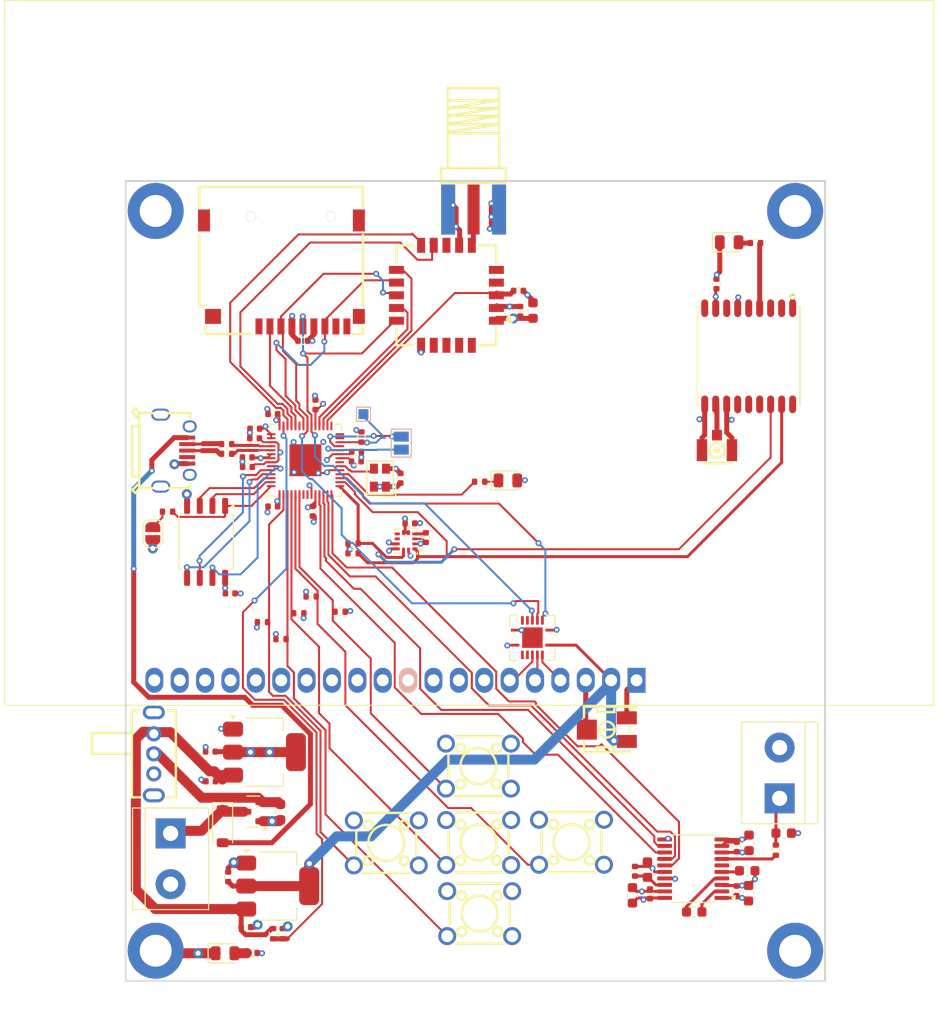
<source format=kicad_pcb>
(kicad_pcb (version 20240108) (generator "pcbnew") (generator_version "8.0")
  (layers (0 "F.Cu" signal) (1 "In1.Cu" signal) (2 "In2.Cu" signal) (31 "B.Cu" signal) (34 "B.Paste" user) (35 "F.Paste" user) (36 "B.SilkS" user "B.Silkscreen") (37 "F.SilkS" user "F.Silkscreen") (38 "B.Mask" user) (39 "F.Mask" user) (44 "Edge.Cuts" user))
  (net 0 "")
  (net 1 "GND")
  (net 2 "Net-(AE1-A)")
  (net 3 "Net-(U7-C1)")
  (net 4 "/SX RST")
  (net 5 "+3.3VA")
  (net 6 "+1V1")
  (net 7 "+BATT")
  (net 8 "+5V")
  (net 9 "/ANT")
  (net 10 "Net-(U5-LDOO)")
  (net 11 "/SD_CS")
  (net 12 "/MOSI")
  (net 13 "/SCK")
  (net 19 "/MISO")
  (net 22 "Net-(D2-A)")
  (net 23 "/USB_D-")
  (net 24 "/USB_D+")
  (net 27 "VBUS")
  (net 28 "/SWD")
  (net 29 "/SWCLK")
  (net 30 "/BOOTSEL")
  (net 31 "Net-(D3-K)")
  (net 32 "/QSPI_SS")
  (net 33 "/RP USB_D+")
  (net 34 "/RP USB_D-")
  (net 35 "/RUN")
  (net 36 "/SDA")
  (net 37 "/SCL")
  (net 38 "/RXEN")
  (net 44 "/SX CS")
  (net 46 "/BUSY")
  (net 47 "/TXEN")
  (net 49 "/QSPI_SD2")
  (net 50 "/QSPI_SD3")
  (net 51 "/QSPI_SD1")
  (net 52 "/QSPI_SCLK")
  (net 53 "/QSPI_SDO")
  (net 56 "/MOSI 2 5V")
  (net 61 "/XIN")
  (net 62 "Net-(U5-VNEG)")
  (net 63 "Net-(U5-CAPP)")
  (net 64 "Net-(U5-OUTR)")
  (net 66 "/BCK")
  (net 67 "/DIN")
  (net 68 "Net-(U5-CAPM)")
  (net 69 "/LRCK")
  (net 77 "/PPS")
  (net 79 "Net-(DS1-VO)")
  (net 85 "/LCD CS")
  (net 86 "/BUTTON2")
  (net 87 "/BUTTON3")
  (net 88 "/BUTTON4")
  (net 89 "/BUTTON1")
  (net 90 "/BUTTON5")
  (net 98 "/AUDIOOUT")
  (net 99 "Net-(D1-A)")
  (net 100 "/LCD CS 5V")
  (net 101 "Net-(Q1-S)")
  (net 103 "/BATT SENSE")
  (net 106 "Net-(D4-K)")
  (net 110 "/SCLK")
  (net 111 "/SCLK 2 5V")
  (net 112 "unconnected-(U3-GPIO7-Pad9)")
  (net 124 "/LEDINDICATION")
  (footprint "Resistor_SMD:R_0402_1005Metric" (layer "F.Cu") (at 201.7756 53.3908 180)
    (property "Reference" "R7" (hide yes))
    (property "Value" "1k")
  )
  (footprint "Package_DFN_QFN:QFN-56-1EP_7x7mm_P0.4mm_EP3.2x3.2mm" (layer "F.Cu") (at 156.7308 75.1176 90)
    (property "Reference" "U3" (hide yes))
    (property "Value" "RP2040")
  )
  (footprint "Capacitor_SMD:C_0402_1005Metric" (layer "F.Cu") (at 150.7744 121.8184)
    (property "Reference" "C37" (hide yes))
    (property "Value" "1u")
  )
  (footprint ".pretty:SW-TH_4P-L6.0-W6.0-P4.50-LS6.5" (layer "F.Cu") (at 164.8218 113.3962)
    (property "Reference" "SW2" (hide yes))
    (property "Value" "K2-1102DP-L3SW-04")
  )
  (footprint ".pretty:SW-TH_4P-L6.0-W6.0-P4.50-LS6.5" (layer "F.Cu") (at 174.0662 113.3602)
    (property "Reference" "SW3" (hide yes))
    (property "Value" "K2-1102DP-L3SW-04")
  )
  (footprint "Capacitor_SMD:C_0402_1005Metric" (layer "F.Cu") (at 199.906 113.7998 90)
    (property "Reference" "C24" (hide yes))
    (property "Value" "100n")
  )
  (footprint "Package_SO:TSSOP-20_4.4x6.5mm_P0.65mm" (layer "F.Cu") (at 195.5449 115.9764 180)
    (property "Reference" "U5" (hide yes))
    (property "Value" "PCM5102A")
  )
  (footprint "Resistor_SMD:R_0402_1005Metric" (layer "F.Cu") (at 142.9278 80.264 180)
    (property "Reference" "R1" (hide yes))
    (property "Value" "1k")
  )
  (footprint "Resistor_SMD:R_0402_1005Metric" (layer "F.Cu") (at 154.2816 93.0148 180)
    (property "Reference" "R10" (hide yes))
    (property "Value" "5.1k")
  )
  (footprint "Capacitor_SMD:C_0603_1608Metric" (layer "F.Cu") (at 204.597 112.4204)
    (property "Reference" "C30" (hide yes))
    (property "Value" "2u2")
  )
  (footprint "Resistor_SMD:R_0402_1005Metric" (layer "F.Cu") (at 157.3042 88.7476 180)
    (property "Reference" "R8" (hide yes))
    (property "Value" "5.1k")
  )
  (footprint "Capacitor_SMD:C_0402_1005Metric" (layer "F.Cu") (at 150.9014 74.8284 180)
    (property "Reference" "C9" (hide yes))
    (property "Value" "1u")
  )
  (footprint "MountingHole:MountingHole_3.2mm_M3_DIN965_Pad" (layer "F.Cu") (at 141.7388 50.1838)
    (property "Reference" "H1" (hide yes))
    (property "Value" "MountingHole_Pad")
  )
  (footprint "Resistor_SMD:R_0402_1005Metric" (layer "F.Cu") (at 153.4922 122.4808 -90)
    (property "Reference" "R17" (hide yes))
    (property "Value" "40k")
  )
  (footprint "Capacitor_SMD:C_0603_1608Metric" (layer "F.Cu") (at 195.6388 120.2996 180)
    (property "Reference" "C20" (hide yes))
    (property "Value" "2u2")
  )
  (footprint "Capacitor_SMD:C_0603_1608Metric" (layer "F.Cu") (at 190.9572 116.0656 90)
    (property "Reference" "C22" (hide yes))
    (property "Value" "10u")
  )
  (footprint "Capacitor_SMD:C_0603_1608Metric" (layer "F.Cu") (at 201.1252 113.3908 90)
    (property "Reference" "C25" (hide yes))
    (property "Value" "10u")
  )
  (footprint "Capacitor_SMD:C_0402_1005Metric" (layer "F.Cu") (at 157.734 69.5732 90)
    (property "Reference" "C10" (hide yes))
    (property "Value" "100n")
  )
  (footprint "Capacitor_SMD:C_0402_1005Metric" (layer "F.Cu") (at 147.2438 107.2388 180)
    (property "Reference" "C34" (hide yes))
    (property "Value" "1u")
  )
  (footprint "Resistor_SMD:R_0402_1005Metric" (layer "F.Cu") (at 154.4574 122.4788 -90)
    (property "Reference" "R16" (hide yes))
    (property "Value" "1k")
  )
  (footprint "TerminalBlock:TerminalBlock_bornier-2_P5.08mm" (layer "F.Cu") (at 143.2306 112.4458 -90)
    (property "Reference" "J5" (hide yes))
    (property "Value" "Screw_Terminal_01x02")
  )
  (footprint "Resistor_SMD:R_0402_1005Metric" (layer "F.Cu") (at 148.844 73.5076 180)
    (property "Reference" "R3" (hide yes))
    (property "Value" "22R")
  )
  (footprint "Diode_SMD:D_SOD-123" (layer "F.Cu") (at 148.4415 111.7317 -90)
    (property "Reference" "D3" (hide yes))
    (property "Value" "D")
  )
  (footprint "Resistor_SMD:R_0402_1005Metric" (layer "F.Cu") (at 148.844 74.4728)
    (property "Reference" "R2" (hide yes))
    (property "Value" "22R")
  )
  (footprint "Capacitor_SMD:C_0402_1005Metric" (layer "F.Cu") (at 168.7787 82.8548 -90)
    (property "Reference" "C33" (hide yes))
    (property "Value" "100n")
  )
  (footprint "Resistor_SMD:R_0402_1005Metric" (layer "F.Cu") (at 152.4254 91.313 180)
    (property "Reference" "R11" (hide yes))
    (property "Value" "5.1k")
  )
  (footprint "Capacitor_SMD:C_0402_1005Metric" (layer "F.Cu") (at 148.9964 116.7892 90)
    (property "Reference" "C38" (hide yes))
    (property "Value" "1u")
  )
  (footprint "Resistor_SMD:R_0402_1005Metric" (layer "F.Cu") (at 162.3334 72.7964 -90)
    (property "Reference" "R4" (hide yes))
    (property "Value" "5.1k")
  )
  (footprint ".pretty:WIRELM-SMD_E22-400MM22S" (layer "F.Cu") (at 170.8404 58.6194 180)
    (property "Reference" "U1" (hide yes))
    (property "Value" "E22-900MM22S")
  )
  (footprint "MountingHole:MountingHole_3.2mm_M3_DIN965_Pad" (layer "F.Cu") (at 205.7388 124.1838)
    (property "Reference" "H4" (hide yes))
    (property "Value" "MountingHole_Pad")
  )
  (footprint "Capacitor_SMD:C_0402_1005Metric" (layer "F.Cu") (at 178.2292 60.2234 90)
    (property "Reference" "C2" (hide yes))
    (property "Value" "10n")
  )
  (footprint "Resistor_SMD:R_0402_1005Metric" (layer "F.Cu") (at 156.0596 90.424)
    (property "Reference" "R12" (hide yes))
    (property "Value" "5.1k")
  )
  (footprint "Package_TO_SOT_SMD:SOT-23" (layer "F.Cu") (at 151.5133 110.2766 180)
    (property "Reference" "Q1" (hide yes))
    (property "Value" "AO3401A")
  )
  (footprint ".pretty:LGA-12_L2.0-W2.0-P0.50-BL" (layer "F.Cu") (at 166.7975 83.2358 90)
    (property "Reference" "U7" (hide yes))
    (property "Value" "LIS3MDLTR")
  )
  (footprint "Capacitor_SMD:C_0402_1005Metric" (layer "F.Cu") (at 153.4627 79.7436 180)
    (property "Reference" "C14" (hide yes))
    (property "Value" "100n")
  )
  (footprint "Capacitor_SMD:C_0402_1005Metric" (layer "F.Cu") (at 157.4546 80.2132 -90)
    (property "Reference" "C12" (hide yes))
    (property "Value" "100n")
  )
  (footprint "TerminalBlock:TerminalBlock_bornier-2_P5.08mm" (layer "F.Cu") (at 204.1906 108.9406 90)
    (property "Reference" "J4" (hide yes))
    (property "Value" "Screw_Terminal_01x02")
  )
  (footprint "Capacitor_SMD:C_0402_1005Metric" (layer "F.Cu") (at 189.7126 116.233 90)
    (property "Reference" "C23" (hide yes))
    (property "Value" "100n")
  )
  (footprint "Capacitor_SMD:C_0603_1608Metric" (layer "F.Cu") (at 154.2288 110.3122 -90)
    (property "Reference" "C35" (hide yes))
    (property "Value" "10u")
  )
  (footprint "Capacitor_SMD:C_0402_1005Metric" (layer "F.Cu") (at 147.2158 104.267 180)
    (property "Reference" "C36" (hide yes))
    (property "Value" "1u")
  )
  (footprint "Capacitor_SMD:C_0402_1005Metric" (layer "F.Cu") (at 167.1828 81.4324)
    (property "Reference" "C32" (hide yes))
    (property "Value" "100n")
  )
  (footprint "Resistor_SMD:R_0402_1005Metric" (layer "F.Cu") (at 174.1678 77.2668)
    (property "Reference" "R15" (hide yes))
    (property "Value" "1k")
  )
  (footprint "Capacitor_SMD:C_0402_1005Metric" (layer "F.Cu") (at 151.6406 72.9234 180)
    (property "Reference" "C8" (hide yes))
    (property "Value" "1u")
  )
  (footprint "LED_SMD:LED_0805_2012Metric" (layer "F.Cu") (at 176.9872 77.1398)
    (property "Reference" "D4" (hide yes))
    (property "Value" "LED")
  )
  (footprint ".pretty:GPSM-SMD_ATGM336H-TR" (layer "F.Cu") (at 201.0918 64.7192)
    (property "Reference" "U6" (hide yes))
    (property "Value" "ATGM336H-5N31")
  )
  (footprint "Resistor_SMD:R_0402_1005Metric" (layer "F.Cu") (at 203.8096 114.1222 90)
    (property "Reference" "R9" (hide yes))
    (property "Value" "470")
  )
  (footprint ".pretty:TF-SMD_TF-115K" (layer "F.Cu") (at 154.3274 56.4314 180)
    (property "Reference" "Card1" (hide yes))
    (property "Value" "TF-115K")
  )
  (footprint ".pretty:ST7920 AZ" (layer "F.Cu") (at 141.605 97.1296 90)
    (property "Reference" "DS1" (hide yes))
    (property "Value" "ST7920 ")
  )
  (footprint ".pretty:SW-TH_4P-L6.0-W6.0-P4.50-LS6.5" (layer "F.Cu") (at 174.1678 120.4722)
    (property "Reference" "SW5" (hide yes))
    (property "Value" "K2-1102DP-L3SW-04")
  )
  (footprint "Package_SO:SOIC-8_5.23x5.23mm_P1.27mm" (layer "F.Cu") (at 146.7866 83.2866 -90)
    (property "Reference" "U2" (hide yes))
    (property "Value" "W25Q128JVS")
  )
  (footprint "Capacitor_SMD:C_0402_1005Metric" (layer "F.Cu") (at 199.8806 118.1914 90)
    (property "Reference" "C26" (hide yes))
    (property "Value" "100n")
  )
  (footprint "Capacitor_SMD:C_0603_1608Metric" (layer "F.Cu") (at 189.4586 118.6434 90)
    (property "Reference" "C29" (hide yes))
    (property "Value" "10u")
  )
  (footprint ".pretty:RES-ADJ-SMD_3314J" (layer "F.Cu") (at 186.8965 102.0656 90)
    (property "Reference" "RV1" (hide yes))
    (property "Value" "R_Potentiometer")
  )
  (footprint "Jumper:SolderJumper-2_P1.3mm_Open_RoundedPad1.0x1.5mm" (layer "F.Cu") (at 141.4526 82.4588 90)
    (property "Reference" "J3" (hide yes))
    (property "Value" "Conn_01x02")
  )
  (footprint "MountingHole:MountingHole_3.2mm_M3_DIN965_Pad" (layer "F.Cu") (at 205.7388 50.1838)
    (property "Reference" "H2" (hide yes))
    (property "Value" "MountingHole_Pad")
  )
  (footprint "Capacitor_SMD:C_0402_1005Metric" (layer "F.Cu") (at 161.8462 74.2696)
    (property "Reference" "C6" (hide yes))
    (property "Value" "100n")
  )
  (footprint "MountingHole:MountingHole_3.2mm_M3_DIN965_Pad" (layer "F.Cu") (at 141.7388 124.1838)
    (property "Reference" "H3" (hide yes))
    (property "Value" "MountingHole_Pad")
  )
  (footprint "Resistor_SMD:R_0402_1005Metric" (layer "F.Cu") (at 161.4932 83.439)
    (property "Reference" "R5" (hide yes))
    (property "Value" "5.1k")
  )
  (footprint "Capacitor_SMD:C_0603_1608Metric" (layer "F.Cu") (at 200.9474 116.1848)
    (property "Reference" "C21" (hide yes))
    (property "Value" "2u2")
  )
  (footprint "Package_DFN_QFN:Texas_S-PVQFN-N14" (layer "F.Cu") (at 179.4444 92.8646 -90)
    (property "Reference" "U4" (hide yes))
    (property "Value" "TXB0104RGY")
  )
  (footprint ".pretty:SW-TH_4P-L6.0-W6.0-P4.50-LS6.5" (layer "F.Cu") (at 174.0408 105.7148)
    (property "Reference" "SW1" (hide yes))
    (property "Value" "K2-1102DP-L3SW-04")
  )
  (footprint ".pretty:CONN-SMD_KH-SMA-KE8-G" (layer "F.Cu") (at 173.5582 50.038)
    (property "Reference" "AE1" (hide yes))
    (property "Value" "Antenna_Shield")
  )
  (footprint "Capacitor_SMD:C_0603_1608Metric" (layer "F.Cu") (at 201.0744 118.433 90)
    (property "Reference" "C27" (hide yes))
    (property "Value" "10u")
  )
  (footprint "LED_SMD:LED_0805_2012Metric" (layer "F.Cu") (at 199.1386 53.3142)
    (property "Reference" "D1" (hide yes))
    (property "Value" "LED")
  )
  (footprint "Capacitor_SMD:C_0402_1005Metric" (layer "F.Cu") (at 178.0514 58.166)
    (property "Reference" "C1" (hide yes))
    (property "Value" "100n")
  )
  (footprint "Capacitor_SMD:C_0402_1005Metric" (layer "F.Cu") (at 150.9268 75.7936 180)
    (property "Reference" "C7" (hide yes))
    (property "Value" "100n")
  )
  (footprint "Capacitor_SMD:C_0402_1005Metric" (layer "F.Cu") (at 156.464 63.1698)
    (property "Reference" "C31" (hide yes))
    (property "Value" "1u")
  )
  (footprint "Package_TO_SOT_SMD:SOT-223-3_TabPin2" (layer "F.Cu") (at 153.9494 117.7157)
    (property "Reference" "U9" (hide yes))
    (property "Value" "AMS1117-5.0")
  )
  (footprint "Resistor_SMD:R_0402_1005Metric" (layer "F.Cu") (at 160.1978 90.2716)
    (property "Reference" "R13" (hide yes))
    (property "Value" "5.1k")
  )
  (footprint "easyeda2kicad:MICRO-USB-SMD_U254-051T-4BHJ25-F2S" (layer "F.Cu") (at 143.6932 74.1556 -90)
    (property "Reference" "J1" (hide yes))
    (property "Value" "USB_B_Micro")
  )
  (footprint "easyeda2kicad:OSC-SMD_4P-L2.0-W1.6-BL" (layer "F.Cu") (at 164.1856 76.8604 90)
    (property "Reference" "X1" (hide yes))
    (property "Value" "SX1M12.000M10F30TNN")
  )
  (footprint "Capacitor_SMD:C_0402_1005Metric" (layer "F.Cu") (at 197.866 57.4802 90)
    (property "Reference" "C17" (hide yes))
    (property "Value" "100n")
  )
  (footprint "Package_TO_SOT_SMD:SOT-223-3_TabPin2" (layer "F.Cu") (at 152.6286 104.3178)
    (property "Reference" "U8" (hide yes))
    (property "Value" "AMS1117-3.3")
  )
  (footprint "Capacitor_SMD:C_0402_1005Metric" (layer "F.Cu") (at 191.2112 118.491 90)
    (property "Reference" "C28" (hide yes))
    (property "Value" "100n")
  )
  (footprint "Resistor_SMD:R_0402_1005Metric" (layer "F.Cu") (at 151.384 124.4092)
    (property "Reference" "R14" (hide yes))
    (property "Value" "1k")
  )
  (footprint "Capacitor_SMD:C_0402_1005Metric" (layer "F.Cu") (at 161.8234 75.2348)
    (property "Reference" "C11" (hide yes))
    (property "Value" "100n")
  )
  (footprint "LED_SMD:LED_0805_2012Metric" (layer "F.Cu") (at 148.6748 124.439)
    (property "Reference" "D2" (hide yes))
    (property "Value" "LED")
  )
  (footprint ".pretty:SW-TH_4P-L6.0-W6.0-P4.50-LS6.5" (layer "F.Cu") (at 183.3614 113.3306)
    (property "Reference" "SW4" (hide yes))
    (property "Value" "K2-1102DP-L3SW-04")
  )
  (footprint "Capacitor_SMD:C_0402_1005Metric" (layer "F.Cu") (at 151.6634 71.9582 180)
    (property "Reference" "C13" (hide yes))
    (property "Value" "100n")
  )
  (footprint "Resistor_SMD:R_0402_1005Metric" (layer "F.Cu") (at 161.4952 84.4296)
    (property "Reference" "R6" (hide yes))
    (property "Value" "5.1k")
  )
  (footprint "Capacitor_SMD:C_0603_1608Metric" (layer "F.Cu") (at 179.5018 60.1472 90)
    (property "Reference" "C3" (hide yes))
    (property "Value" "10u")
  )
  (footprint ".pretty:SW-TH_SK12D07VG4" (layer "F.Cu") (at 141.5542 104.4858 -90)
    (property "Reference" "SW6" (hide yes))
    (property "Value" "SW_SPDT")
  )
  (footprint "Capacitor_SMD:C_0402_1005Metric" (layer "F.Cu") (at 153.4627 70.498 180)
    (property "Reference" "C15" (hide yes))
    (property "Value" "100n")
  )
  (footprint "Capacitor_SMD:C_0402_1005Metric" (layer "F.Cu") (at 149.2022 88.4428)
    (property "Reference" "C5" (hide yes))
    (property "Value" "100n")
  )
  (footprint ".pretty:ANT-SMD_1909763-1" (layer "F.Cu") (at 197.9168 73.3624)
    (property "Reference" "AE2" (hide yes))
    (property "Value" "Antenna_Shield")
  )
  (footprint "Capacitor_SMD:C_0402_1005Metric" (layer "F.Cu") (at 166.243 76.9112 90)
    (property "Reference" "C4" (hide yes))
    (property "Value" "100n")
  )
  (footprint "Jumper:SolderJumper-2_P1.3mm_Open_Pad1.0x1.5mm" (layer "B.Cu") (at 166.3192 73.406 90)
    (property "Reference" "J2" (hide yes))
    (property "Value" "Conn_01x02")
  )
  (footprint "TestPoint:TestPoint_Pad_1.0x1.0mm" (layer "B.Cu") (at 162.5346 70.5104 180)
    (property "Reference" "TP1" (hide yes))
    (property "Value" "TestPoint")
  )
  (gr_rect (start 138.7388 47.1838) (end 208.7388 127.1838) (stroke (width 0.2)) (fill none) (layer "Edge.Cuts"))
  (segment (start 196.6918 69.5292) (end 196.6918 70.993) (width 0.5) (layer "F.Cu") (net 1))
  (segment (start 198.8918 72.349) (end 199.4168 72.874) (width 0.5) (layer "F.Cu") (net 1))
  (segment (start 198.2011 53.3142) (end 198.2011 56.2561) (width 0.5) (layer "F.Cu") (net 1))
  (segment (start 144.8816 78.5368) (end 144.8562 78.5114) (width 0.2) (layer "F.Cu") (net 1))
  (segment (start 198.8918 71.0692) (end 198.8918 72.349) (width 0.5) (layer "F.Cu") (net 1))
  (segment (start 191.164008 115.753) (end 189.7126 115.753) (width 0.3) (layer "F.Cu") (net 1))
  (segment (start 176.0828 49.8655) (end 175.6457 49.4284) (width 0.5) (layer "F.Cu") (net 1))
  (segment (start 175.9738 59.7434) (end 175.8912 59.6608) (width 0.5) (layer "F.Cu") (net 1))
  (segment (start 149.4786 102.0178) (end 148.322 102.0178) (width 0.5) (layer "F.Cu") (net 1))
  (segment (start 148.322 102.0178) (end 148.2852 101.981) (width 0.5) (layer "F.Cu") (net 1))
  (segment (start 167.0475 84.1158) (end 167.0475 84.474412) (width 0.2) (layer "F.Cu") (net 1))
  (segment (start 201.7224 116.1848) (end 201.7224 117.01) (width 0.3) (layer "F.Cu") (net 1))
  (segment (start 151.1606 71.981) (end 151.1834 71.9582) (width 0.5) (layer "F.Cu") (net 1))
  (segment (start 172.1612 52.0954) (end 171.8056 51.7398) (width 0.5) (layer "F.Cu") (net 1))
  (segment (start 171.5008 49.6062) (end 171.8056 49.911) (width 0.5) (layer "F.Cu") (net 1))
  (segment (start 175.3362 51.816) (end 175.3362 50.7746) (width 0.5) (layer "F.Cu") (net 1))
  (segment (start 167.6628 81.4324) (end 168.1734 81.4324) (width 0.3) (layer "F.Cu") (net 1))
  (segment (start 146.7358 104.267) (end 146.7358 103.8098) (width 0.5) (layer "F.Cu") (net 1))
  (segment (start 196.6918 70.993) (end 196.6918 72.599) (width 0.5) (layer "F.Cu") (net 1))
  (segment (start 200.6896 113.0514) (end 201.1252 112.6158) (width 0.3) (layer "F.Cu") (net 1))
  (segment (start 152.9827 79.7436) (end 152.9827 80.2655) (width 0.2) (layer "F.Cu") (net 1))
  (segment (start 157.7594 80.6958) (end 157.7594 81.0768) (width 0.2) (layer "F.Cu") (net 1))
  (segment (start 192.6824 116.3014) (end 191.712408 116.3014) (width 0.3) (layer "F.Cu") (net 1))
  (segment (start 157.5774 61.7314) (end 157.5774 62.5364) (width 0.5) (layer "F.Cu") (net 1))
  (segment (start 165.7722 75.9604) (end 166.243 76.4312) (width 0.5) (layer "F.Cu") (net 1))
  (segment (start 191.566004 116.0293) (end 191.473192 115.936488) (width 0.3) (layer "F.Cu") (net 1))
  (segment (start 168.2242 83.4858) (end 168.2242 83.481256) (width 0.2) (layer "F.Cu") (net 1))
  (segment (start 158.811308 76.4032) (end 158.882908 76.3316) (width 0.2) (layer "F.Cu") (net 1))
  (segment (start 192.766207 112.967593) (end 193.023553 112.967593) (width 0.2) (layer "F.Cu") (net 1))
  (segment (start 150.7994 115.4157) (end 149.6295 115.4157) (width 1) (layer "F.Cu") (net 1))
  (segment (start 188.8965 100.8856) (end 188.8965 98.0981) (width 0.5) (layer "F.Cu") (net 1))
  (segment (start 179.5018 59.3722) (end 179.5018 59.1364) (width 0.5) (layer "F.Cu") (net 1))
  (segment (start 153.7716 93.0148) (end 153.7716 92.5068) (width 0.2) (layer "F.Cu") (net 1))
  (segment (start 149.6295 115.4157) (end 149.5552 115.3414) (width 1) (layer "F.Cu") (net 1))
  (segment (start 156.7942 88.7476) (end 156.7942 88.265) (width 0.2) (layer "F.Cu") (net 1))
  (segment (start 197.866 57.0002) (end 197.866 56.5912) (width 0.5) (layer "F.Cu") (net 1))
  (segment (start 151.2544 121.8184) (end 151.706518 121.8184) (width 0.5) (layer "F.Cu") (net 1))
  (segment (start 168.2242 83.4858) (end 168.6277 83.4858) (width 0.2) (layer "F.Cu") (net 1))
  (segment (start 147.7373 124.439) (end 142.7524 124.439) (width 1) (layer "F.Cu") (net 1))
  (segment (start 178.2292 59.7434) (end 175.9738 59.7434) (width 0.5) (layer "F.Cu") (net 1))
  (segment (start 201.0744 117.658) (end 198.464 117.658) (width 0.3) (layer "F.Cu") (net 1))
  (segment (start 168.3512 63.3908) (end 168.3512 64.2874) (width 0.2) (layer "F.Cu") (net 1))
  (segment (start 151.1606 72.9234) (end 151.1606 71.981) (width 0.5) (layer "F.Cu") (net 1))
  (segment (start 158.0134 76.4032) (end 157.7308 76.1176) (width 0.2) (layer "F.Cu") (net 1))
  (segment (start 152.4508 111.2266) (end 153.3906 111.2266) (width 1) (layer "F.Cu") (net 1))
  (segment (start 165.9175 83.4858) (end 165.223 83.4858) (width 0.3) (layer "F.Cu") (net 1))
  (segment (start 152.9827 70.498) (end 152.9827 70.0517) (width 0.5) (layer "F.Cu") (net 1))
  (segment (start 154.4574 121.9688) (end 154.730517 121.9688) (width 0.5) (layer "F.Cu") (net 1))
  (segment (start 205.372 112.4204) (end 206.0448 112.4204) (width 0.3) (layer "F.Cu") (net 1))
  (segment (start 167.6775 83.4858) (end 168.2242 83.4858) (width 0.2) (layer "F.Cu") (net 1))
  (segment (start 160.7078 90.2716) (end 161.1376 90.2716) (width 0.2) (layer "F.Cu") (net 1))
  (segment (start 192.6824 118.2514) (end 190.3984 118.2514) (width 0.3) (layer "F.Cu") (net 1))
  (segment (start 192.6824 113.0514) (end 192.766207 112.967593) (width 0.2) (layer "F.Cu") (net 1))
  (segment (start 157.734 68.720772) (end 157.676314 68.663086) (width 0.5) (layer "F.Cu") (net 1))
  (segment (start 191.566004 116.154996) (end 191.566004 116.0293) (width 0.3) (layer "F.Cu") (net 1))
  (segment (start 146.7638 107.2388) (end 146.4818 107.2388) (width 0.5) (layer "F.Cu") (net 1))
  (segment (start 164.7856 75.9604) (end 165.7722 75.9604) (width 0.5) (layer "F.Cu") (net 1))
  (segment (start 160.1683 76.1176) (end 159.096908 76.1176) (width 0.2) (layer "F.Cu") (net 1))
  (segment (start 152.9827 80.2655) (end 152.9334 80.3148) (width 0.2) (layer "F.Cu") (net 1))
  (segment (start 156.5696 90.8772) (end 156.5402 90.9066) (width 0.2) (layer "F.Cu") (net 1))
  (segment (start 177.7194 92.1146) (end 178.3588 92.1146) (width 0.2) (layer "F.Cu") (net 1))
  (segment (start 201.0744 117.658) (end 201.7224 117.01) (width 0.3) (layer "F.Cu") (net 1))
  (segment (start 205.4918 58.7952) (end 205.5114 58.7756) (width 0.5) (layer "F.Cu") (net 1))
  (segment (start 189.8416 118.2514) (end 189.4586 117.8684) (width 0.3) (layer "F.Cu") (net 1))
  (segment (start 168.6277 83.4858) (end 168.7787 83.3348) (width 0.2) (layer "F.Cu") (net 1))
  (segment (start 162.3262 74.2696) (end 162.3262 75.212) (width 0.5) (layer "F.Cu") (net 1))
  (segment (start 148.9964 116.3092) (end 148.9964 115.9002) (width 0.5) (layer "F.Cu") (net 1))
  (segment (start 198.464 117.658) (end 198.4074 117.6014) (width 0.3) (layer "F.Cu") (net 1))
  (segment (start 198.4074 113.0514) (end 200.6896 113.0514) (width 0.3) (layer "F.Cu") (net 1))
  (segment (start 144.8816 79.6866) (end 144.8816 78.5368) (width 0.2) (layer "F.Cu") (net 1))
  (segment (start 149.6822 88.4428) (end 150.241 88.4428) (width 0.2) (layer "F.Cu") (net 1))
  (segment (start 150.4214 74.8284) (end 150.4214 75.7682) (width 0.5) (layer "F.Cu") (net 1))
  (segment (start 198.789 113.3198) (end 199.906 113.3198) (width 0.3) (layer "F.Cu") (net 1))
  (segment (start 153.3906 111.2266) (end 154.0894 111.2266) (width 1) (layer "F.Cu") (net 1))
  (segment (start 190.3984 118.2514) (end 189.8416 118.2514) (width 0.3) (layer "F.Cu") (net 1))
  (segment (start 205.4918 59.9092) (end 205.4918 58.7952) (width 0.5) (layer "F.Cu") (net 1))
  (segment (start 198.8918 69.5292) (end 198.8918 71.0692) (width 0.5) (layer "F.Cu") (net 1))
  (segment (start 157.734 69.0932) (end 157.734 68.720772) (width 0.5) (layer "F.Cu") (net 1))
  (segment (start 143.685281 75.4556) (end 143.619712 75.521169) (width 0.5) (layer "F.Cu") (net 1))
  (segment (start 168.4297 82.9858) (end 168.7787 83.3348) (width 0.2) (layer "F.Cu") (net 1))
  (segment (start 168.3512 64.2874) (end 168.3004 64.3382) (width 0.2) (layer "F.Cu") (net 1))
  (segment (start 168.1734 81.4324) (end 168.1988 81.407) (width 0.3) (layer "F.Cu") (net 1))
  (segment (start 179.5018 59.1364) (end 178.5314 58.166) (width 0.5) (layer "F.Cu") (net 1))
  (segment (start 198.4074 113.7014) (end 198.789 113.3198) (width 0.3) (layer "F.Cu") (net 1))
  (segment (start 150.4214 75.7682) (end 150.4468 75.7936) (width 0.5) (layer "F.Cu") (net 1))
  (segment (start 175.1838 51.9684) (end 175.3362 51.816) (width 0.5) (layer "F.Cu") (net 1))
  (segment (start 161.1376 90.2716) (end 161.2138 90.1954) (width 0.2) (layer "F.Cu") (net 1))
  (segment (start 171.8056 49.911) (end 171.8056 51.7398) (width 0.5) (layer "F.Cu") (net 1))
  (segment (start 152.9827 70.0517) (end 152.908 69.977) (width 0.5) (layer "F.Cu") (net 1))
  (segment (start 141.4526 83.1088) (end 141.4526 83.947) (width 0.2) (layer "F.Cu") (net 1))
  (segment (start 154.730517 121.9688) (end 154.947717 121.7516) (width 0.5) (layer "F.Cu") (net 1))
  (segment (start 198.8918 71.0692) (end 199.39 71.0692) (width 0.5) (layer "F.Cu") (net 1))
  (segment (start 158.0134 76.4032) (end 158.811308 76.4032) (width 0.2) (layer "F.Cu") (net 1))
  (segment (start 157.7308 76.1176) (end 156.7308 75.1176) (width 0.2) (layer "F.Cu") (net 1))
  (segment (start 168.2242 83.481256) (end 168.245501 83.459955) (width 0.2) (layer "F.Cu") (net 1))
  (segment (start 151.706518 121.8184) (end 151.944518 121.5804) (width 0.5) (layer "F.Cu") (net 1))
  (segment (start 196.6918 70.993) (end 196.1896 70.993) (width 0.5) (layer "F.Cu") (net 1))
  (segment (start 151.9154 91.313) (end 151.9154 91.7976) (width 0.2) (layer "F.Cu") (net 1))
  (segment (start 175.3362 50.7746) (end 175.3362 49.4284) (width 0.5) (layer "F.Cu") (net 1))
  (segment (start 191.712408 116.3014) (end 191.566004 116.154996) (width 0.3) (layer "F.Cu") (net 1))
  (segment (start 188.8965 98.0981) (end 189.865 97.1296) (width 0.5) (layer "F.Cu") (net 1))
  (segment (start 172.1612 53.3908) (end 172.1612 52.0954) (width 0.5) (layer "F.Cu") (net 1))
  (segment (start 148.9964 115.9002) (end 149.5552 115.3414) (width 0.5) (layer "F.Cu") (net 1))
  (segment (start 196.1896 70.993) (end 196.1642 71.0184) (width 0.5) (layer "F.Cu") (net 1))
  (segment (start 154.0894 111.2266) (end 154.2288 111.0872) (width 1) (layer "F.Cu") (net 1))
  (segment (start 198.2011 56.2561) (end 197.8914 56.5658) (width 0.5) (layer "F.Cu") (net 1))
  (segment (start 162.3262 75.212) (end 162.3034 75.2348) (width 0.5) (layer "F.Cu") (net 1))
  (segment (start 157.5774 62.5364) (end 156.944 63.1698) (width 0.5) (layer "F.Cu") (net 1))
  (segment (start 191.566004 116.154996) (end 191.164008 115.753) (width 0.3) (layer "F.Cu") (net 1))
  (segment (start 165.223 83.4858) (end 165.0746 83.3374) (width 0.3) (layer "F.Cu") (net 1))
  (segment (start 144.9032 75.4556) (end 143.685281 75.4556) (width 0.5) (layer "F.Cu") (net 1))
  (segment (start 151.9154 91.7976) (end 151.8666 91.8464) (width 0.2) (layer "F.Cu") (net 1))
  (segment (start 157.7594 81.0768) (end 157.5562 81.28) (width 0.2) (layer "F.Cu") (net 1))
  (segment (start 197.866 56.5912) (end 197.8914 56.5658) (width 0.5) (layer "F.Cu") (net 1))
  (segment (start 146.4818 107.2388) (end 146.304 107.061) (width 0.5) (layer "F.Cu") (net 1))
  (segment (start 196.6918 72.599) (end 196.4168 72.874) (width 0.5) (layer "F.Cu") (net 1))
  (segment (start 167.6775 82.9858) (end 168.4297 82.9858) (width 0.2) (layer "F.Cu") (net 1))
  (segment (start 156.944 63.1698) (end 157.4292 63.1698) (width 0.5) (layer "F.Cu") (net 1))
  (segment (start 156.5696 90.424) (end 156.5696 90.8772) (width 0.2) (layer "F.Cu") (net 1))
  (segment (start 170.9828 49.8655) (end 171.5008 49.6062) (width 0.5) (layer "F.Cu") (net 1))
  (segment (start 175.6457 49.4284) (end 175.3362 49.4284) (width 0.5) (layer "F.Cu") (net 1))
  (segment (start 167.0475 84.474412) (end 167.2475 84.674412) (width 0.2) (layer "F.Cu") (net 1))
  (segment (start 159.096908 76.1176) (end 158.882908 76.3316) (width 0.2) (layer "F.Cu") (net 1))
  (segment (start 142.7524 124.439) (end 142.1638 123.8504) (width 1) (layer "F.Cu") (net 1))
  (via (at 200.4314 117.658) (size 0.6) (drill 0.3) (layers "F.Cu" "B.Cu") (net 1))
  (via (at 156.7942 88.265) (size 0.6) (drill 0.3) (layers "F.Cu" "B.Cu") (net 1))
  (via (at 190.3984 118.2514) (size 0.6) (drill 0.3) (layers "F.Cu" "B.Cu") (net 1))
  (via (at 149.5552 115.3414) (size 1) (drill 0.5) (layers "F.Cu" "B.Cu") (net 1))
  (via (at 151.1606 72.3646) (size 0.6) (drill 0.3) (layers "F.Cu" "B.Cu") (net 1))
  (via (at 171.8056 51.7398) (size 0.6) (drill 0.3) (layers "F.Cu" "B.Cu") (net 1))
  (via (at 146.7358 103.8098) (size 0.6) (drill 0.3) (layers "F.Cu" "B.Cu") (net 1))
  (via (at 154.947717 121.7516) (size 1) (drill 0.5) (layers "F.Cu" "B.Cu") (net 1))
  (via (at 175.1838 51.9684) (size 0.6) (drill 0.3) (layers "F.Cu" "B.Cu") (net 1))
  (via (at 151.944518 121.5804) (size 1) (drill 0.5) (layers "F.Cu" "B.Cu") (net 1))
  (via (at 144.8562 78.5114) (size 1) (drill 0.5) (layers "F.Cu" "B.Cu") (net 1))
  (via (at 168.1988 81.407) (size 0.6) (drill 0.3) (layers "F.Cu" "B.Cu") (net 1))
  (via (at 167.2475 84.674412) (size 0.6) (drill 0.3) (layers "F.Cu" "B.Cu") (net 1))
  (via (at 158.516188 73.284945) (size 0.6) (drill 0.3) (layers "F.Cu" "B.Cu") (net 1))
  (via (at 146.304 107.061) (size 0.6) (drill 0.3) (layers "F.Cu" "B.Cu") (net 1))
  (via (at 175.3362 49.4284) (size 0.6) (drill 0.3) (layers "F.Cu" "B.Cu") (net 1))
  (via (at 168.245501 83.459955) (size 0.6) (drill 0.3) (layers "F.Cu" "B.Cu") (net 1))
  (via (at 157.4292 63.1698) (size 0.6) (drill 0.3) (layers "F.Cu" "B.Cu") (net 1))
  (via (at 200.4314 113.0514) (size 0.6) (drill 0.3) (layers "F.Cu" "B.Cu") (net 1))
  (via (at 152.9334 80.3148) (size 0.6) (drill 0.3) (layers "F.Cu" "B.Cu") (net 1))
  (via (at 158.882908 76.3316) (size 0.6) (drill 0.3) (layers "F.Cu" "B.Cu") (net 1))
  (via (at 148.2852 101.981) (size 0.6) (drill 0.3) (layers "F.Cu" "B.Cu") (net 1))
  (via (at 199.39 71.0692) (size 0.6) (drill 0.3) (layers "F.Cu" "B.Cu") (net 1))
  (via (at 150.4214 75.2602) (size 0.6) (drill 0.3) (layers "F.Cu" "B.Cu") (net 1))
  (via (at 153.3906 111.2266) (size 1) (drill 0.5) (layers "F.Cu" "B.Cu") (net 1))
  (via (at 178.9531 58.5877) (size 0.6) (drill 0.3) (layers "F.Cu" "B.Cu") (net 1))
  (via (at 177.165 59.7434) (size 0.6) (drill 0.3) (layers "F.Cu" "B.Cu") (net 1))
  (via (at 145.9738 124.439) (size 1) (drill 0.5) (layers "F.Cu" "B.Cu") (net 1))
  (via (at 178.3588 92.1146) (size 0.6) (drill 0.3) (layers "F.Cu" "B.Cu") (net 1))
  (via (at 155.59762 76.31938) (size 0.6) (drill 0.3) (layers "F.Cu" "B.Cu") (net 1))
  (via (at 193.023553 112.967593) (size 0.6) (drill 0.3) (layers "F.Cu" "B.Cu") (net 1))
  (via (at 158.0134 76.4032) (size 0.6) (drill 0.3) (layers "F.Cu" "B.Cu") (net 1))
  (via (at 143.619712 75.521169) (size 1) (drill 0.5) (layers "F.Cu" "B.Cu") (net 1))
  (via (at 201.7224 117.01) (size 0.6) (drill 0.3) (layers "F.Cu" "B.Cu") (net 1))
  (via (at 156.5402 90.9066) (size 0.6) (drill 0.3) (layers "F.Cu" "B.Cu") (net 1))
  (via (at 191.473192 115.936488) (size 0.6) (drill 0.3) (layers "F.Cu" "B.Cu") (net 1))
  (via (at 155.5392 73.304239) (size 0.6) (drill 0.3) (layers "F.Cu" "B.Cu") (net 1))
  (via (at 153.7716 92.5068) (size 0.6) (drill 0.3) (layers "F.Cu" "B.Cu") (net 1))
  (via (at 150.241 88.4428) (size 0.6) (drill 0.3) (layers "F.Cu" "B.Cu") (net 1))
  (via (at 162.3262 74.8284) (size 0.6) (drill 0.3) (layers "F.Cu" "B.Cu") (net 1))
  (via (at 196.1642 71.0184) (size 0.6) (drill 0.3) (layers "F.Cu" "B.Cu") (net 1))
  (via (at 175.3362 50.7746) (size 0.6) (drill 0.3) (layers "F.Cu" "B.Cu") (net 1))
  (via (at 165.7722 75.9604) (size 0.6) (drill 0.3) (layers "F.Cu" "B.Cu") (net 1))
  (via (at 171.5008 49.6062) (size 0.6) (drill 0.3) (layers "F.Cu" "B.Cu") (net 1))
  (via (at 197.8914 56.5658) (size 0.6) (drill 0.3) (layers "F.Cu" "B.Cu") (net 1))
  (via (at 165.0746 83.3374) (size 0.6) (drill 0.3) (layers "F.Cu" "B.Cu") (net 1))
  (via (at 151.8666 91.8464) (size 0.6) (drill 0.3) (layers "F.Cu" "B.Cu") (net 1))
  (via (at 205.5114 58.7756) (size 0.6) (drill 0.3) (layers "F.Cu" "B.Cu") (net 1))
  (via (at 157.676314 68.663086) (size 0.6) (drill 0.3) (layers "F.Cu" "B.Cu") (net 1))
  (via (at 152.908 69.977) (size 0.6) (drill 0.3) (layers "F.Cu" "B.Cu") (net 1))
  (via (at 157.5562 81.28) (size 0.6) (drill 0.3) (layers "F.Cu" "B.Cu") (net 1))
  (via (at 141.4526 83.947) (size 1) (drill 0.5) (layers "F.Cu" "B.Cu") (net 1))
  (via (at 206.0448 112.4204) (size 0.6) (drill 0.3) (layers "F.Cu" "B.Cu") (net 1))
  (via (at 168.3004 64.3382) (size 0.6) (drill 0.3) (layers "F.Cu" "B.Cu") (net 1))
  (via (at 161.2138 90.1954) (size 0.6) (drill 0.3) (layers "F.Cu" "B.Cu") (net 1))
  (segment (start 173.5328 53.2892) (end 173.4312 53.3908) (width 0.5) (layer "F.Cu") (net 2))
  (segment (start 173.5328 49.8655) (end 173.5328 53.2892) (width 0.5) (layer "F.Cu") (net 2))
  (segment (start 167.6775 82.4858) (end 168.6677 82.4858) (width 0.3) (layer "F.Cu") (net 3))
  (segment (start 168.6677 82.4858) (end 168.7787 82.3748) (width 0.3) (layer "F.Cu") (net 3))
  (segment (start 158.9308 71.6801) (end 158.9308 71.14624) (width 0.2) (layer "F.Cu") (net 4))
  (segment (start 175.9966 58.4962) (end 175.8912 58.3908) (width 0.5) (layer "F.Cu") (net 4))
  (segment (start 171.68624 58.3908) (end 175.8912 58.3908) (width 0.2) (layer "F.Cu") (net 4))
  (segment (start 177.5714 58.166) (end 177.2412 58.4962) (width 0.5) (layer "F.Cu") (net 4))
  (segment (start 158.9308 71.14624) (end 171.68624 58.3908) (width 0.2) (layer "F.Cu") (net 4))
  (segment (start 177.2412 58.4962) (end 175.9966 58.4962) (width 0.5) (layer "F.Cu") (net 4))
  (segment (start 154.1308 71.6801) (end 154.1308 71.0946) (width 0.2) (layer "F.Cu") (net 5))
  (segment (start 157.7308 71.6801) (end 157.7308 70.0564) (width 0.2) (layer "F.Cu") (net 5))
  (segment (start 181.1694 92.1146) (end 181.8244 92.1146) (width 0.2) (layer "F.Cu") (net 5))
  (segment (start 153.2933 74.9176) (end 152.2476 74.9176) (width 0.2) (layer "F.Cu") (net 5))
  (segment (start 160.9832 83.439) (end 160.9832 83.758999) (width 0.3) (layer "F.Cu") (net 5))
  (segment (start 177.7194 93.6146) (end 176.9716 93.6146) (width 0.2) (layer "F.Cu") (net 5))
  (segment (start 154.1308 71.0946) (end 154.1308 70.6861) (width 0.2) (layer "F.Cu") (net 5))
  (segment (start 154.0002 71.0946) (end 153.9868 71.108) (width 0.2) (layer "F.Cu") (net 5))
  (segment (start 197.7918 58.0344) (end 197.866 57.9602) (width 0.3) (layer "F.Cu") (net 5))
  (segment (start 164.7856 77.7604) (end 165.5572 77.7604) (width 0.5) (layer "F.Cu") (net 5))
  (segment (start 151.4706 74.9176) (end 152.2476 74.9176) (width 0.2) (layer "F.Cu") (net 5))
  (segment (start 162.0142 72.2864) (end 161.8234 72.0956) (width 0.2) (layer "F.Cu") (net 5))
  (segment (start 178.6636 77.1398) (end 178.689 77.1144) (width 0.2) (layer "F.Cu") (net 5))
  (segment (start 149.4278 104.267) (end 149.4786 104.3178) (width 0.5) (layer "F.Cu") (net 5))
  (segment (start 155.3774 60.7004) (end 155.3972 60.6806) (width 0.5) (layer "F.Cu") (net 5))
  (segment (start 154.1308 78.5551) (end 154.1308 79.3242) (width 0.2) (layer "F.Cu") (net 5))
  (segment (start 200.7678 118.9014) (end 201.0744 119.208) (width 0.3) (layer "F.Cu") (net 5))
  (segment (start 162.3334 72.2864) (end 162.0142 72.2864) (width 0.2) (layer "F.Cu") (net 5))
  (segment (start 160.9832 84.129072) (end 160.9832 84.4276) (width 0.3) (layer "F.Cu") (net 5))
  (segment (start 148.6916 88.4122) (end 148.7222 88.4428) (width 0.3) (layer "F.Cu") (net 5))
  (segment (start 165.2898 83.9858) (end 165.1 84.1756) (width 0.3) (layer "F.Cu") (net 5))
  (segment (start 161.3434 75.415698) (end 161.3434 75.2348) (width 0.2) (layer "F.Cu") (net 5))
  (segment (start 181.8244 92.1146) (end 181.864 92.075) (width 0.2) (layer "F.Cu") (net 5))
  (segment (start 153.2933 74.5176) (end 152.9825 74.8284) (width 0.2) (layer "F.Cu") (net 5))
  (segment (start 147.6958 104.267) (end 149.4278 104.267) (width 0.5) (layer "F.Cu") (net 5))
  (segment (start 151.3814 74.8284) (end 151.4706 74.9176) (width 0.2) (layer "F.Cu") (net 5))
  (segment (start 166.7028 81.4324) (end 166.7028 80.9524) (width 0.3) (layer "F.Cu") (net 5))
  (segment (start 170.7802 111.1462) (end 170.8162 111.1102) (width 0.2) (layer "F.Cu") (net 5))
  (segment (start 152.3492 124.4092) (end 152.3746 124.4346) (width 0.3) (layer "F.Cu") (net 5))
  (segment (start 192.6824 118.9014) (end 189.9756 118.9014) (width 0.3) (layer "F.Cu") (net 5))
  (segment (start 152.9825 74.8284) (end 151.3814 74.8284) (width 0.2) (layer "F.Cu") (net 5))
  (segment (start 157.734 70.0532) (end 157.918499 70.0532) (width 0.2) (layer "F.Cu") (net 5))
  (segment (start 163.5856 77.7604) (end 164.7856 77.7604) (width 0.5) (layer "F.Cu") (net 5))
  (segment (start 154.1308 79.5555) (end 153.9427 79.7436) (width 0.2) (layer "F.Cu") (net 5))
  (segment (start 197.7918 59.9092) (end 197.7918 58.0344) (width 0.3) (layer "F.Cu") (net 5))
  (segment (start 160.9832 83.758999) (end 160.990576 83.766375) (width 0.3) (layer "F.Cu") (net 5))
  (segment (start 165.9175 83.9858) (end 165.2898 83.9858) (width 0.3) (layer "F.Cu") (net 5))
  (segment (start 165.8738 77.7604) (end 165.5572 77.7604) (width 0.5) (layer "F.Cu") (net 5))
  (segment (start 152.7339 71.9582) (end 153.2933 72.5176) (width 0.2) (layer "F.Cu") (net 5))
  (segment (start 167.0475 82.3558) (end 166.8272 82.3558) (width 0.3) (layer "F.Cu") (net 5))
  (segment (start 160.9832 84.4276) (end 160.9852 84.4296) (width 0.3) (layer "F.Cu") (net 5))
  (segment (start 153.2933 72.9176) (end 153.2933 72.5176) (width 0.2) (layer "F.Cu") (net 5))
  (segment (start 177.9247 77.1398) (end 178.6636 77.1398) (width 0.2) (layer "F.Cu") (net 5))
  (segment (start 199.9918 59.9092) (end 199.9918 58.885) (width 0.3) (layer "F.Cu") (net 5))
  (segment (start 193.6848 116.9514) (end 193.7258 116.9924) (width 0.3) (layer "F.Cu") (net 5))
  (segment (start 157.7308 79.7072) (end 157.7594 79.7358) (width 0.2) (layer "F.Cu") (net 5))
  (segment (start 189.9756 118.9014) (end 189.4586 119.4184) (width 0.3) (layer "F.Cu") (net 5))
  (segment (start 166.7028 82.2314) (end 166.7028 81.4324) (width 0.3) (layer "F.Cu") (net 5))
  (segment (start 166.8272 82.3558) (end 166.7028 82.2314) (width 0.3) (layer "F.Cu") (net 5))
  (segment (start 157.918499 70.0532) (end 158.501387 69.470312) (width 0.2) (layer "F.Cu") (net 5))
  (segment (start 155.7786 104.3178) (end 149.4786 104.3178) (width 1) (layer "F.Cu") (net 5))
  (segment (start 155.984 63.1698) (end 155.3774 62.5632) (width 0.5) (layer "F.Cu") (net 5))
  (segment (start 157.7308 79.2226) (end 157.121201 79.832199) (width 0.2) (layer "F.Cu") (net 5))
  (segment (start 166.7028 80.9524) (end 166.7002 80.9498) (width 0.3) (layer "F.Cu") (net 5))
  (segment (start 161.563761 75.636059) (end 161.3434 75.415698) (width 0.2) (layer "F.Cu") (net 5))
  (segment (start 151.894 124.4092) (end 152.3492 124.4092) (width 0.3) (layer "F.Cu") (net 5))
  (segment (start 154.1308 70.6861) (end 153.9427 70.498) (width 0.2) (layer "F.Cu") (net 5))
  (segment (start 148.6916 86.8866) (end 148.6916 88.4122) (width 0.3) (layer "F.Cu") (net 5))
  (segment (start 154.0002 79.3242) (end 153.8986 79.2226) (width 0.2) (layer "F.Cu") (net 5))
  (segment (start 152.5016 71.9582) (end 152.7302 71.7296) (width 0.2) (layer "F.Cu") (net 5))
  (segment (start 192.6824 116.9514) (end 193.6848 116.9514) (width 0.3) (layer "F.Cu") (net 5))
  (segment (start 160.990576 83.766375) (end 160.990576 84.121696) (width 0.3) (layer "F.Cu") (net 5))
  (segment (start 152.1434 71.9582) (end 152.5016 71.9582) (width 0.2) (layer "F.Cu") (net 5))
  (segment (start 198.4074 118.9014) (end 200.7678 118.9014) (width 0.3) (layer "F.Cu") (net 5))
  (segment (start 152.1434 71.9582) (end 152.7339 71.9582) (width 0.2) (layer "F.Cu") (net 5))
  (segment (start 154.1308 79.3242) (end 154.0002 79.3242) (width 0.2) (layer "F.Cu") (net 5))
  (segment (start 157.7308 78.5551) (end 157.7308 79.2226) (width 0.2) (layer "F.Cu") (net 5))
  (segment (start 157.7308 70.0564) (end 157.734 70.0532) (width 0.2) (layer "F.Cu") (net 5))
  (segment (start 161.0262 74.9176) (end 160.1683 74.9176) (width 0.2) (layer "F.Cu") (net 5))
  (segment (start 198.4074 114.3514) (end 200.9396 114.3514) (width 0.3) (layer "F.Cu") (net 5))
  (segment (start 175.8912 60.9308) (end 179.4932 60.9308) (width 0.5) (layer "F.Cu") (net 5))
  (segment (start 155.3774 62.5632) (end 155.3774 61.7314) (width 0.5) (layer "F.Cu") (net 5))
  (segment (start 176.9716 93.6146) (end 176.9364 93.6498) (width 0.2) (layer "F.Cu") (net 5))
  (segment (start 166.8272 82.3558) (end 166.5475 82.3558) (width 0.3) (layer "F.Cu") (net 5))
  (segment (start 199.9918 58.885) (end 200.0504 58.8264) (width 0.3) (layer "F.Cu") (net 5))
  (segment (start 154.1308 79.3242) (end 154.1308 79.5555) (width 0.2) (layer "F.Cu") (net 5))
  (segment (start 157.121201 79.832199) (end 156.972001 79.832199) (width 0.2) (layer "F.Cu") (net 5))
  (segment (start 154.1308 71.0946) (end 154.0002 71.0946) (width 0.2) (layer "F.Cu") (net 5))
  (segment (start 161.3434 75.2348) (end 161.0262 74.9176) (width 0.2) (layer "F.Cu") (net 5))
  (segment (start 155.3774 61.7314) (end 155.3774 60.7004) (width 0.5) (layer "F.Cu") (net 5))
  (segment (start 200.9396 114.3514) (end 201.1252 114.1658) (width 0.3) (layer "F.Cu") (net 5))
  (segment (start 165.8738 77.7604) (end 166.243 77.3912) (width 0.5) (layer "F.Cu") (net 5))
  (segment (start 179.4932 60.9308) (end 179.5018 60.9222) (width 0.5) (layer "F.Cu") (net 5))
  (segment (start 160.990576 84.121696) (end 160.9832 84.129072) (width 0.3) (layer "F.Cu") (net 5))
  (segment (start 157.7308 79.2226) (end 157.7308 79.7072) (width 0.2) (layer "F.Cu") (net 5))
  (via (at 200.4314 118.9014) (size 0.6) (drill 0.3) (layers "F.Cu" "B.Cu") (net 5))
  (via (at 153.1366 104.3178) (size 1) (drill 0.5) (layers "F.Cu" "B.Cu") (net 5))
  (via (at 161.183702 84.029586) (size 0.6) (drill 0.3) (layers "F.Cu" "B.Cu") (net 5))
  (via (at 152.3746 124.4346) (size 0.6) (drill 0.3) (layers "F.Cu" "B.Cu") (net 5))
  (via (at 166.7002 80.9498) (size 0.6) (drill 0.3) (layers "F.Cu" "B.Cu") (net 5))
  (via (at 165.5572 77.7604) (size 0.6) (drill 0.3) (layers "F.Cu" "B.Cu") (net 5))
  (via (at 200.0504 58.8264) (size 0.6) (drill 0.3) (layers "F.Cu" "B.Cu") (net 5))
  (via (at 153.797 71.108) (size 0.6) (drill 0.3) (layers "F.Cu" "B.Cu") (net 5))
  (via (at 190.561395 119.085628) (size 0.6) (drill 0.3) (layers "F.Cu" "B.Cu") (net 5))
  (via (at 181.864 92.075) (size 0.6) (drill 0.3) (layers "F.Cu" "B.Cu") (net 5))
  (via (at 153.8986 79.2226) (size 0.6) (drill 0.3) (layers "F.Cu" "B.Cu") (net 5))
  (via (at 193.7258 116.9924) (size 0.6) (drill 0.3) (layers "F.Cu" "B.Cu") (net 5))
  (via (at 148.6916 87.9094) (size 0.6) (drill 0.3) (layers "F.Cu" "B.Cu") (net 5))
  (via (at 197.7918 58.7502) (size 0.6) (drill 0.3) (layers "F.Cu" "B.Cu") (net 5))
  (via (at 161.563761 75.636059) (size 0.6) (drill 0.3) (layers "F.Cu" "B.Cu") (net 5))
  (via (at 178.689 77.1144) (size 0.6) (drill 0.3) (layers "F.Cu" "B.Cu") (net 5))
  (via (at 151.2316 104.3178) (size 1) (drill 0.5) (layers "F.Cu" "B.Cu") (net 5))
  (via (at 200.4568 114.3514) (size 0.6) (drill 0.3) (layers "F.Cu" "B.Cu") (net 5))
  (via (at 152.7302 71.7296) (size 0.6) (drill 0.3) (layers "F.Cu" "B.Cu") (net 5))
  (via (at 165.1 84.1756) (size 0.6) (drill 0.3) (layers "F.Cu" "B.Cu") (net 5))
  (via (at 176.9364 93.6498) (size 0.6) (drill 0.3) (layers "F.Cu" "B.Cu") (net 5))
  (via (at 152.2476 74.9176) (size 0.6) (drill 0.3) (layers "F.Cu" "B.Cu") (net 5))
  (via (at 158.501387 69.470312) (size 0.6) (drill 0.3) (layers "F.Cu" "B.Cu") (net 5))
  (via (at 155.3972 60.6806) (size 0.6) (drill 0.3) (layers "F.Cu" "B.Cu") (net 5))
  (via (at 161.8234 72.0956) (size 0.6) (drill 0.3) (layers "F.Cu" "B.Cu") (net 5))
  (via (at 164.1602 77.7604) (size 0.6) (drill 0.3) (layers "F.Cu" "B.Cu") (net 5))
  (via (at 177.546 60.9308) (size 1) (drill 0.5) (layers "F.Cu" "B.Cu") (net 5))
  (via (at 156.972001 79.832199) (size 0.6) (drill 0.3) (layers "F.Cu" "B.Cu") (net 5))
  (segment (start 152.5148 73.3176) (end 152.1206 72.9234) (width 0.2) (layer "F.Cu") (net 6))
  (segment (start 154.0308 75.11396) (end 153.82716 75.3176) (width 0.2) (layer "F.Cu") (net 6))
  (segment (start 160.1683 74.5176) (end 161.1182 74.5176) (width 0.2) (layer "F.Cu") (net 6))
  (segment (start 153.2933 75.3176) (end 153.82716 75.3176) (width 0.2) (layer "F.Cu") (net 6))
  (segment (start 152.75944 75.3176) (end 153.2933 75.3176) (width 0.2) (layer "F.Cu") (net 6))
  (segment (start 154.0308 74.4982) (end 154.0308 75.11396) (width 0.2) (layer "F.Cu") (net 6))
  (segment (start 159.63444 74.5176) (end 160.1683 74.5176) (width 0.2) (layer "F.Cu") (net 6))
  (segment (start 151.67916 75.52124) (end 152.5558 75.52124) (width 0.2) (layer "F.Cu") (net 6))
  (segment (start 154.051675 74.4982) (end 154.21493 74.334945) (width 0.2) (layer "F.Cu") (net 6))
  (segment (start 158.879745 75.0816) (end 159.443745 74.5176) (width 0.2) (layer "F.Cu") (net 6))
  (segment (start 153.2933 73.3176) (end 152.5148 73.3176) (width 0.2) (layer "F.Cu") (net 6))
  (segment (start 153.82716 73.3176) (end 154.0308 73.52124) (width 0.2) (layer "F.Cu") (net 6))
  (segment (start 151.4068 75.7936) (end 151.67916 75.52124) (width 0.2) (layer "F.Cu") (net 6))
  (segment (start 152.5558 75.52124) (end 152.75944 75.3176) (width 0.2) (layer "F.Cu") (net 6))
  (segment (start 153.2933 73.3176) (end 153.82716 73.3176) (width 0.2) (layer "F.Cu") (net 6))
  (segment (start 154.0308 74.4982) (end 154.051675 74.4982) (width 0.2) (layer "F.Cu") (net 6))
  (segment (start 159.443745 74.5176) (end 160.1683 74.5176) (width 0.2) (layer "F.Cu") (net 6))
  (segment (start 154.0308 73.52124) (end 154.0308 74.4982) (width 0.2) (layer "F.Cu") (net 6))
  (segment (start 161.1182 74.5176) (end 161.3662 74.2696) (width 0.2) (layer "F.Cu") (net 6))
  (via (at 154.21493 74.334945) (size 0.6) (drill 0.3) (layers "F.Cu" "B.Cu") (net 6))
  (via (at 158.879745 75.0816) (size 0.6) (drill 0.3) (layers "F.Cu" "B.Cu") (net 6))
  (segment (start 140.479398 102.2826) (end 139.7542 103.007798) (width 1) (layer "F.Cu") (net 7))
  (segment (start 143.2169 102.3229) (end 147.1228 106.2288) (width 1) (layer "F.Cu") (net 7))
  (segment (start 150.746401 122.5804) (end 152.7302 122.5804) (width 0.5) (layer "F.Cu") (net 7))
  (segment (start 153.3398 121.9708) (end 153.4922 121.9708) (width 0.5) (layer "F.Cu") (net 7))
  (segment (start 147.1228 106.2288) (end 147.58 106.2288) (width 1) (layer "F.Cu") (net 7))
  (segment (start 150.2944 121.8184) (end 150.2944 120.5207) (width 0.5) (layer "F.Cu") (net 7))
  (segment (start 139.7542 118.0626) (end 141.7073 120.0157) (width 1) (layer "F.Cu") (net 7))
  (segment (start 150.2944 122.128399) (end 150.746401 122.5804) (width 0.5) (layer "F.Cu") (net 7))
  (segment (start 147.969 106.6178) (end 147.58 106.2288) (width 1) (layer "F.Cu") (net 7))
  (segment (start 149.4786 106.6178) (end 147.969 106.6178) (width 1) (layer "F.Cu") (net 7))
  (segment (start 141.5542 102.2826) (end 140.479398 102.2826) (width 1) (layer "F.Cu") (net 7))
  (segment (start 141.7073 120.0157) (end 150.7994 120.0157) (width 1) (layer "F.Cu") (net 7))
  (segment (start 139.7542 103.007798) (end 139.7542 118.0626) (width 1) (layer "F.Cu") (net 7))
  (segment (start 141.2961 102.3229) (end 143.2169 102.3229) (width 1) (layer "F.Cu") (net 7))
  (segment (start 152.7302 122.5804) (end 153.3398 121.9708) (width 0.5) (layer "F.Cu") (net 7))
  (segment (start 147.58 106.2288) (end 148.4122 107.061) (width 1) (layer "F.Cu") (net 7))
  (segment (start 150.2944 120.5207) (end 150.7994 120.0157) (width 0.5) (layer "F.Cu") (net 7))
  (segment (start 150.2944 121.8184) (end 150.2944 122.128399) (width 0.5) (layer "F.Cu") (net 7))
  (segment (start 149.4429 117.7157) (end 148.9964 117.2692) (width 0.5) (layer "F.Cu") (net 8))
  (segment (start 157.0994 117.7157) (end 150.7994 117.7157) (width 1) (layer "F.Cu") (net 8))
  (segment (start 150.7994 117.7157) (end 149.4429 117.7157) (width 0.5) (layer "F.Cu") (net 8))
  (segment (start 181.1694 93.6146) (end 183.81 93.6146) (width 0.3) (layer "F.Cu") (net 8))
  (segment (start 183.81 93.6146) (end 187.325 97.1296) (width 0.3) (layer "F.Cu") (net 8))
  (segment (start 157.0994 117.7157) (end 157.0994 115.4934) (width 1) (layer "F.Cu") (net 8))
  (segment (start 157.0994 115.4934) (end 157.1244 115.4684) (width 1) (layer "F.Cu") (net 8))
  (via (at 187.6044 103.1748) (size 1) (drill 0.5) (layers "F.Cu" "B.Cu") (net 8))
  (via (at 157.1244 115.4684) (size 1) (drill 0.5) (layers "F.Cu" "B.Cu") (net 8))
  (segment (start 159.8466 112.7462) (end 163.286 112.7462) (width 1) (layer "B.Cu") (net 8))
  (segment (start 170.9674 105.0648) (end 179.6438 105.0648) (width 1) (layer "B.Cu") (net 8))
  (segment (start 157.1244 115.4684) (end 159.8466 112.7462) (width 1) (layer "B.Cu") (net 8))
  (segment (start 163.286 112.7462) (end 170.9674 105.0648) (width 1) (layer "B.Cu") (net 8))
  (segment (start 187.325 102.8954) (end 187.6044 103.1748) (width 1) (layer "B.Cu") (net 8))
  (segment (start 187.325 97.1296) (end 187.325 102.8954) (width 1) (layer "B.Cu") (net 8))
  (segment (start 179.6438 105.0648) (end 187.325 97.3836) (width 1) (layer "B.Cu") (net 8))
  (segment (start 187.325 97.3836) (end 187.325 97.1296) (width 1) (layer "B.Cu") (net 8))
  (segment (start 197.9168 69.6542) (end 197.9168 72.6124) (width 0.5) (layer "F.Cu") (net 9))
  (segment (start 197.7918 69.5292) (end 197.9168 69.6542) (width 0.5) (layer "F.Cu") (net 9))
  (segment (start 190.920046 116.713) (end 189.7126 116.713) (width 0.3) (layer "F.Cu") (net 10))
  (segment (start 192.6824 117.6014) (end 191.808446 117.6014) (width 0.3) (layer "F.Cu") (net 10))
  (segment (start 191.808446 117.6014) (end 190.920046 116.713) (width 0.3) (layer "F.Cu") (net 10))
  (segment (start 153.1774 67.665195) (end 153.1774 61.7314) (width 0.2) (layer "F.Cu") (net 11))
  (segment (start 155.3227 70.276612) (end 155.322699 69.810494) (width 0.2) (layer "F.Cu") (net 11))
  (segment (start 155.7308 70.684712) (end 155.3227 70.276612) (width 0.2) (layer "F.Cu") (net 11))
  (segment (start 155.7308 71.6801) (end 155.7308 70.684712) (width 0.2) (layer "F.Cu") (net 11))
  (segment (start 155.322699 69.810494) (end 153.1774 67.665195) (width 0.2) (layer "F.Cu") (net 11))
  (segment (start 156.1227 69.94372) (end 156.122699 69.479122) (width 0.2) (layer "F.Cu") (net 12))
  (segment (start 155.8036 65.510542) (end 154.4724 64.179342) (width 0.2) (layer "F.Cu") (net 12))
  (segment (start 157.0725 57.9363) (end 154.2774 60.7314) (width 0.2) (layer "F.Cu") (net 12))
  (segment (start 156.9308 71.6801) (end 156.9308 70.75182) (width 0.2) (layer "F.Cu") (net 12))
  (segment (start 163.8046 56.4642) (end 158.5446 56.4642) (width 0.2) (layer "F.Cu") (net 12))
  (segment (start 156.9308 71.6801) (end 156.9308 72.21396) (width 0.2) (layer "F.Cu") (net 12))
  (segment (start 164.5374 58.3908) (end 164.4904 58.3438) (width 0.2) (layer "F.Cu") (net 12))
  (segment (start 165.8912 58.3908) (end 164.5374 58.3908) (width 0.2) (layer "F.Cu") (net 12))
  (segment (start 156.44996 72.6948) (end 156.3878 72.6948) (width 0.2) (layer "F.Cu") (net 12))
  (segment (start 155.8036 69.160023) (end 155.8036 65.510542) (width 0.2) (layer "F.Cu") (net 12))
  (segment (start 180.0352 90.3838) (end 180.0352 89.2048) (width 0.2) (layer "F.Cu") (net 12))
  (segment (start 156.9308 70.75182) (end 156.1227 69.94372) (width 0.2) (layer "F.Cu") (net 12))
  (segment (start 177.7746 89.2048) (end 177.546 89.4334) (width 0.2) (layer "F.Cu") (net 12))
  (segment (start 158.5446 56.4642) (end 157.0725 57.9363) (width 0.2) (layer "F.Cu") (net 12))
  (segment (start 179.9444 91.1396) (end 179.9444 90.4746) (width 0.2) (layer "F.Cu") (net 12))
  (segment (start 154.2774 60.7314) (end 154.2774 61.7314) (width 0.2) (layer "F.Cu") (net 12))
  (segment (start 165.8912 58.3908) (end 166.2412 58.3908) (width 0.2) (layer "F.Cu") (net 12))
  (segment (start 180.0352 89.2048) (end 177.7746 89.2048) (width 0.2) (layer "F.Cu") (net 12))
  (segment (start 154.4724 61.9264) (end 154.2774 61.7314) (width 0.2) (layer "F.Cu") (net 12))
  (segment (start 156.122699 69.479122) (end 155.8036 69.160023) (width 0.2) (layer "F.Cu") (net 12))
  (segment (start 154.4724 64.179342) (end 154.4724 61.9264) (width 0.2) (layer "F.Cu") (net 12))
  (segment (start 179.9444 90.4746) (end 180.0352 90.3838) (width 0.2) (layer "F.Cu") (net 12))
  (segment (start 156.9308 72.21396) (end 156.44996 72.6948) (width 0.2) (layer "F.Cu") (net 12))
  (via (at 163.8046 56.4642) (size 0.6) (drill 0.3) (layers "F.Cu" "B.Cu") (net 12))
  (via (at 156.3878 72.6948) (size 0.6) (drill 0.3) (layers "F.Cu" "B.Cu") (net 12))
  (via (at 177.546 89.4334) (size 0.6) (drill 0.3) (layers "F.Cu" "B.Cu") (net 12))
  (via (at 164.4904 58.3438) (size 0.6) (drill 0.3) (layers "F.Cu" "B.Cu") (net 12))
  (segment (start 161.13672 83.36192) (end 160.3502 82.5754) (width 0.2) (layer "B.Cu") (net 12))
  (segment (start 161.833702 83.760347) (end 161.452941 83.379586) (width 0.2) (layer "B.Cu") (net 12))
  (segment (start 164.4904 58.3438) (end 164.4904 57.15) (width 0.2) (layer "B.Cu") (net 12))
  (segment (start 161.452941 83.379586) (end 161.350105 83.379586) (width 0.2) (layer "B.Cu") (net 12))
  (segment (start 160.3502 82.5754) (end 160.3502 79.934922) (width 0.2) (layer "B.Cu") (net 12))
  (segment (start 167.403919 89.4334) (end 161.833702 83.863183) (width 0.2) (layer "B.Cu") (net 12))
  (segment (start 161.332439 83.36192) (end 161.13672 83.36192) (width 0.2) (layer "B.Cu") (net 12))
  (segment (start 177.546 89.4334) (end 167.403919 89.4334) (width 0.2) (layer "B.Cu") (net 12))
  (segment (start 157.151393 76.988993) (end 156.3878 76.2254) (width 0.2) (layer "B.Cu") (net 12))
  (segment (start 157.404271 76.988993) (end 157.151393 76.988993) (width 0.2) (layer "B.Cu") (net 12))
  (segment (start 161.350105 83.379586) (end 161.332439 83.36192) (width 0.2) (layer "B.Cu") (net 12))
  (segment (start 160.3502 79.934922) (end 157.404271 76.988993) (width 0.2) (layer "B.Cu") (net 12))
  (segment (start 156.3878 76.2254) (end 156.3878 72.6948) (width 0.2) (layer "B.Cu") (net 12))
  (segment (start 164.4904 57.15) (end 163.8046 56.4642) (width 0.2) (layer "B.Cu") (net 12))
  (segment (start 161.833702 83.863183) (end 161.833702 83.760347) (width 0.2) (layer "B.Cu") (net 12))
  (segment (start 192.026444 113.7014) (end 191.6449 113.319856) (width 0.2) (layer "F.Cu") (net 13))
  (segment (start 162.2488 87.9792) (end 161.581515 87.9792) (width 0.2) (layer "F.Cu") (net 13))
  (segment (start 161.581515 87.9792) (end 158.7818 85.179485) (width 0.2) (layer "F.Cu") (net 13))
  (segment (start 158.7818 84.906972) (end 158.6308 84.755971) (width 0.2) (layer "F.Cu") (net 13))
  (segment (start 158.6308 79.516685) (end 158.5308 79.416684) (width 0.2) (layer "F.Cu") (net 13))
  (segment (start 158.6308 84.755971) (end 158.6308 79.516685) (width 0.2) (layer "F.Cu") (net 13))
  (segment (start 170.323344 100.095) (end 168.205 97.976656) (width 0.2) (layer "F.Cu") (net 13))
  (segment (start 191.6449 113.319856) (end 191.6449 112.7271) (width 0.2) (layer "F.Cu") (net 13))
  (segment (start 179.0128 100.095) (end 170.323344 100.095) (width 0.2) (layer "F.Cu") (net 13))
  (segment (start 168.205 97.976656) (end 168.205 93.9354) (width 0.2) (layer "F.Cu") (net 13))
  (segment (start 192.6824 113.7014) (end 192.026444 113.7014) (width 0.2) (layer "F.Cu") (net 13))
  (segment (start 158.7818 85.179485) (end 158.7818 84.906972) (width 0.2) (layer "F.Cu") (net 13))
  (segment (start 191.6449 112.7271) (end 179.0128 100.095) (width 0.2) (layer "F.Cu") (net 13))
  (segment (start 168.205 93.9354) (end 162.2488 87.9792) (width 0.2) (layer "F.Cu") (net 13))
  (segment (start 158.5308 79.416684) (end 158.5308 78.5551) (width 0.2) (layer "F.Cu") (net 13))
  (segment (start 153.8224 64.095028) (end 154.7368 65.009428) (width 0.2) (layer "F.Cu") (net 19))
  (segment (start 158.6774 61.7314) (end 158.6774 61.0814) (width 0.2) (layer "F.Cu") (net 19))
  (segment (start 153.8224 63.373) (end 153.8224 64.095028) (width 0.2) (layer "F.Cu") (net 19))
  (segment (start 154.7368 65.009428) (end 154.7368 68.658909) (width 0.2) (layer "F.Cu") (net 19))
  (segment (start 158.6774 63.1916) (end 158.623 63.246) (width 0.2) (layer "F.Cu") (net 19))
  (segment (start 156.5308 70.919028) (end 156.5308 71.6801) (width 0.2) (layer "F.Cu") (net 19))
  (segment (start 155.722699 69.644808) (end 155.7227 70.110928) (width 0.2) (layer "F.Cu") (net 19))
  (segment (start 154.7368 68.658909) (end 155.722699 69.644808) (width 0.2) (layer "F.Cu") (net 19))
  (segment (start 158.6774 61.7314) (end 158.6774 63.1916) (width 0.2) (layer "F.Cu") (net 19))
  (segment (start 158.6774 61.0814) (end 162.638 57.1208) (width 0.2) (layer "F.Cu") (net 19))
  (segment (start 155.7227 70.110928) (end 156.5308 70.919028) (width 0.2) (layer "F.Cu") (net 19))
  (segment (start 162.638 57.1208) (end 165.8912 57.1208) (width 0.2) (layer "F.Cu") (net 19))
  (via (at 153.8224 63.373) (size 0.6) (drill 0.3) (layers "F.Cu" "B.Cu") (net 19))
  (via (at 158.623 63.246) (size 0.6) (drill 0.3) (layers "F.Cu" "B.Cu") (net 19))
  (segment (start 156.0322 65.5828) (end 153.8224 63.373) (width 0.2) (layer "B.Cu") (net 19))
  (segment (start 158.623 63.246) (end 158.623 64.2112) (width 0.2) (layer "B.Cu") (net 19))
  (segment (start 157.2514 65.5828) (end 156.0322 65.5828) (width 0.2) (layer "B.Cu") (net 19))
  (segment (start 158.623 64.2112) (end 157.2514 65.5828) (width 0.2) (layer "B.Cu") (net 19))
  (segment (start 149.6123 124.439) (end 150.8442 124.439) (width 1) (layer "F.Cu") (net 22))
  (segment (start 150.8442 124.439) (end 150.874 124.4092) (width 1) (layer "F.Cu") (net 22))
  (segment (start 148.2848 73.4584) (end 146.4818 73.4584) (width 0.5) (layer "F.Cu") (net 23))
  (segment (start 144.8932 73.5056) (end 146.3274 73.5056) (width 0.3) (layer "F.Cu") (net 23))
  (segment (start 148.334 73.5076) (end 148.2848 73.4584) (width 0.5) (layer "F.Cu") (net 23))
  (segment (start 144.8932 74.1556) (end 146.3418 74.1556) (width 0.3) (layer "F.Cu") (net 24))
  (segment (start 148.148144 74.4728) (end 147.833744 74.1584) (width 0.5) (layer "F.Cu") (net 24))
  (segment (start 147.833744 74.1584) (end 146.3802 74.1584) (width 0.5) (layer "F.Cu") (net 24))
  (segment (start 148.334 74.4728) (end 148.148144 74.4728) (width 0.5) (layer "F.Cu") (net 24))
  (segment (start 150.641926 98.8314) (end 141.047612 98.8314) (width 0.5) (layer "F.Cu") (net 27))
  (segment (start 143.5932 72.8556) (end 141.351 75.0978) (width 0.5) (layer "F.Cu") (net 27))
  (segment (start 154.341173 99.6296) (end 151.440126 99.6296) (width 0.5) (layer "F.Cu") (net 27))
  (segment (start 148.4415 113.3817) (end 153.370128 113.3817) (width 0.5) (layer "F.Cu") (net 27))
  (segment (start 139.5388 97.322588) (end 139.5388 85.979) (width 0.5) (layer "F.Cu") (net 27))
  (segment (start 157.2286 102.517027) (end 154.341173 99.6296) (width 0.5) (layer "F.Cu") (net 27))
  (segment (start 151.440126 99.6296) (end 150.641926 98.8314) (width 0.5) (layer "F.Cu") (net 27))
  (segment (start 141.351 75.0978) (end 141.351 76.1746) (width 0.5) (layer "F.Cu") (net 27))
  (segment (start 141.047612 98.8314) (end 139.5388 97.322588) (width 0.5) (layer "F.Cu") (net 27))
  (segment (start 157.2286 109.523228) (end 157.2286 102.517027) (width 0.5) (layer "F.Cu") (net 27))
  (segment (start 153.370128 113.3817) (end 157.2286 109.523228) (width 0.5) (layer "F.Cu") (net 27))
  (segment (start 144.8932 72.8556) (end 143.5932 72.8556) (width 0.5) (layer "F.Cu") (net 27))
  (via (at 141.351 76.1746) (size 0.6) (drill 0.3) (layers "F.Cu" "B.Cu") (net 27))
  (via (at 139.5388 85.979) (size 0.6) (drill 0.3) (layers "F.Cu" "B.Cu") (net 27))
  (segment (start 139.5388 85.979) (end 139.5388 77.9868) (width 0.5) (layer "B.Cu") (net 27))
  (segment (start 139.5388 77.9868) (end 141.351 76.1746) (width 0.5) (layer "B.Cu") (net 27))
  (segment (start 160.1683 73.7176) (end 159.63444 73.7176) (width 0.2) (layer "F.Cu") (net 28))
  (segment (start 163.557304 72.680943) (end 165.340143 72.680943) (width 0.2) (layer "F.Cu") (net 28))
  (segment (start 159.63444 73.7176) (end 159.2072 73.29036) (width 0.2) (layer "F.Cu") (net 28))
  (segment (start 159.2072 73.29036) (end 159.2072 72.7456) (width 0.2) (layer "F.Cu") (net 28))
  (segment (start 165.340143 72.680943) (end 165.4048 72.7456) (width 0.2) (layer "F.Cu") (net 28))
  (via (at 163.557304 72.680943) (size 0.6) (drill 0.3) (layers "F.Cu" "B.Cu") (net 28))
  (via (at 159.2072 72.7456) (size 0.6) (drill 0.3) (layers "F.Cu" "B.Cu") (net 28))
  (via (at 165.4048 72.7456) (size 0.6) (drill 0.3) (layers "F.Cu" "B.Cu") (net 28))
  (segment (start 163.8254 72.7664) (end 163.739943 72.680943) (width 0.2) (layer "B.Cu") (net 28))
  (segment (start 159.2072 72.7456) (end 163.492647 72.7456) (width 0.2) (layer "B.Cu") (net 28))
  (segment (start 163.739943 72.680943) (end 163.557304 72.680943) (width 0.2) (layer "B.Cu") (net 28))
  (segment (start 163.492647 72.7456) (end 163.557304 72.680943) (width 0.2) (layer "B.Cu") (net 28))
  (segment (start 160.1683 74.1176) (end 159.1568 74.1176) (width 0.2) (layer "F.Cu") (net 29))
  (segment (start 159.1568 74.1176) (end 159.004 73.9648) (width 0.2) (layer "F.Cu") (net 29))
  (via (at 159.004 73.9648) (size 0.6) (drill 0.3) (layers "F.Cu" "B.Cu") (net 29))
  (segment (start 163.8808 74.0918) (end 163.9166 74.056) (width 0.2) (layer "B.Cu") (net 29))
  (segment (start 159.004 73.9648) (end 159.131 74.0918) (width 0.2) (layer "B.Cu") (net 29))
  (segment (start 159.131 74.0918) (end 163.8808 74.0918) (width 0.2) (layer "B.Cu") (net 29))
  (segment (start 163.9166 74.056) (end 166.3192 74.056) (width 0.2) (layer "B.Cu") (net 29))
  (segment (start 142.4178 80.264) (end 142.4178 80.8436) (width 0.2) (layer "F.Cu") (net 30))
  (segment (start 142.4178 80.8436) (end 141.4526 81.8088) (width 0.2) (layer "F.Cu") (net 30))
  (segment (start 143.2306 112.1918) (end 146.3314 112.1918) (width 1) (layer "F.Cu") (net 31))
  (segment (start 150.5758 110.2766) (end 148.6364 110.2766) (width 1) (layer "F.Cu") (net 31))
  (segment (start 148.6364 110.2766) (end 148.4415 110.0817) (width 1) (layer "F.Cu") (net 31))
  (segment (start 146.3314 112.1918) (end 148.4415 110.0817) (width 1) (layer "F.Cu") (net 31))
  (segment (start 148.6916 79.6866) (end 151.3243 79.6866) (width 0.2) (layer "F.Cu") (net 32))
  (segment (start 151.3243 79.6866) (end 153.2933 77.7176) (width 0.2) (layer "F.Cu") (net 32))
  (segment (start 148.6008 80.7866) (end 148.6916 80.6958) (width 0.2) (layer "F.Cu") (net 32))
  (segment (start 148.6916 80.6958) (end 148.6916 79.6866) (width 0.2) (layer "F.Cu") (net 32))
  (segment (start 143.9604 80.7866) (end 148.6008 80.7866) (width 0.2) (layer "F.Cu") (net 32))
  (segment (start 143.4378 80.264) (end 143.9604 80.7866) (width 0.2) (layer "F.Cu") (net 32))
  (segment (start 149.962199 74.1346) (end 151.9428 74.1346) (width 0.3) (layer "F.Cu") (net 33))
  (segment (start 149.623999 74.4728) (end 149.962199 74.1346) (width 0.3) (layer "F.Cu") (net 33))
  (segment (start 153.2933 74.1176) (end 151.9598 74.1176) (width 0.2) (layer "F.Cu") (net 33))
  (segment (start 149.354 74.4728) (end 149.623999 74.4728) (width 0.3) (layer "F.Cu") (net 33))
  (segment (start 151.9598 74.1176) (end 151.9428 74.1346) (width 0.2) (layer "F.Cu") (net 33))
  (segment (start 153.2933 73.7176) (end 152.162196 73.7176) (width 0.2) (layer "F.Cu") (net 34))
  (segment (start 149.354 73.5076) (end 149.481 73.6346) (width 0.3) (layer "F.Cu") (net 34))
  (segment (start 149.481 73.6346) (end 151.9682 73.6346) (width 0.3) (layer "F.Cu") (net 34))
  (segment (start 152.162196 73.7176) (end 152.079196 73.6346) (width 0.2) (layer "F.Cu") (net 34))
  (segment (start 152.079196 73.6346) (end 151.9682 73.6346) (width 0.2) (layer "F.Cu") (net 34))
  (segment (start 160.1683 73.3176) (end 162.3222 73.3176) (width 0.2) (layer "F.Cu") (net 35))
  (segment (start 162.8414 73.3064) (end 162.8902 73.3552) (width 0.2) (layer "F.Cu") (net 35))
  (segment (start 162.3222 73.3176) (end 162.3334 73.3064) (width 0.2) (layer "F.Cu") (net 35))
  (segment (start 162.3334 73.3064) (end 162.8414 73.3064) (width 0.2) (layer "F.Cu") (net 35))
  (via (at 162.8902 73.3552) (size 0.6) (drill 0.3) (layers "F.Cu" "B.Cu") (net 35))
  (segment (start 163.802286 73.3552) (end 164.284886 72.8726) (width 0.2) (layer "B.Cu") (net 35))
  (segment (start 164.6682 72.8726) (end 162.5346 70.739) (width 0.2) (layer "B.Cu") (net 35))
  (segment (start 162.5346 70.739) (end 162.5346 70.5104) (width 0.2) (layer "B.Cu") (net 35))
  (segment (start 162.8902 73.3552) (end 163.802286 73.3552) (width 0.2) (layer "B.Cu") (net 35))
  (segment (start 164.284886 72.8726) (end 164.6682 72.8726) (width 0.2) (layer "B.Cu") (net 35))
  (segment (start 203.2918 74.8382) (end 194.1068 84.0232) (width 0.2) (layer "F.Cu") (net 36))
  (segment (start 194.1068 84.0232) (end 171.6278 84.0232) (width 0.2) (layer "F.Cu") (net 36))
  (segment (start 162.0032 83.439) (end 163.444161 83.439) (width 0.3) (layer "F.Cu") (net 36))
  (segment (start 166.5475 84.6839) (end 166.5475 84.1158) (width 0.3) (layer "F.Cu") (net 36))
  (segment (start 166.3954 84.836) (end 166.5475 84.6839) (width 0.3) (layer "F.Cu") (net 36))
  (segment (start 164.221281 84.216119) (end 164.0332 84.4042) (width 0.3) (layer "F.Cu") (net 36))
  (segment (start 163.444161 83.439) (end 164.221281 84.216119) (width 0.3) (layer "F.Cu") (net 36))
  (segment (start 162.0032 83.439) (end 162.0032 79.6025) (width 0.3) (layer "F.Cu") (net 36))
  (segment (start 164.841161 84.836) (end 166.3954 84.836) (width 0.3) (layer "F.Cu") (net 36))
  (segment (start 162.0032 79.6025) (end 160.1683 77.7676) (width 0.3) (layer "F.Cu") (net 36))
  (segment (start 203.2918 69.5292) (end 203.2918 74.8382) (width 0.2) (layer "F.Cu") (net 36))
  (segment (start 164.221281 84.216119) (end 164.841161 84.836) (width 0.3) (layer "F.Cu") (net 36))
  (segment (start 164.0332 84.4042) (end 164.0332 84.5312) (width 0.3) (layer "F.Cu") (net 36))
  (via (at 164.0332 84.5312) (size 0.6) (drill 0.3) (layers "F.Cu" "B.Cu") (net 36))
  (via (at 171.6278 84.0232) (size 0.6) (drill 0.3) (layers "F.Cu" "B.Cu") (net 36))
  (segment (start 170.326588 85.324412) (end 171.6278 84.0232) (width 0.3) (layer "B.Cu") (net 36))
  (segment (start 164.0332 84.5312) (end 164.826412 85.324412) (width 0.3) (layer "B.Cu") (net 36))
  (segment (start 164.826412 85.324412) (end 170.326588 85.324412) (width 0.3) (layer "B.Cu") (net 36))
  (segment (start 162.950012 85.374412) (end 167.53745 85.374412) (width 0.3) (layer "F.Cu") (net 37))
  (segment (start 194.9704 84.7598) (end 170.8658 84.7598) (width 0.3) (layer "F.Cu") (net 37))
  (segment (start 204.3918 75.3384) (end 194.9704 84.7598) (width 0.3) (layer "F.Cu") (net 37))
  (segment (start 167.9702 80.3148) (end 170.8658 83.2104) (width 0.2) (layer "F.Cu") (net 37))
  (segment (start 167.9475 84.2558) (end 167.6775 83.9858) (width 0.3) (layer "F.Cu") (net 37))
  (segment (start 204.3918 69.5292) (end 204.3918 75.3384) (width 0.3) (layer "F.Cu") (net 37))
  (segment (start 162.0052 84.4296) (end 162.950012 85.374412) (width 0.3) (layer "F.Cu") (net 37))
  (segment (start 161.6838 78.53797) (end 163.46063 80.3148) (width 0.2) (layer "F.Cu") (net 37))
  (segment (start 160.1683 77.3176) (end 160.70216 77.3176) (width 0.2) (layer "F.Cu") (net 37))
  (segment (start 167.9475 84.964362) (end 167.9475 84.7598) (width 0.3) (layer "F.Cu") (net 37))
  (segment (start 167.9475 84.7598) (end 167.9475 84.2558) (width 0.3) (layer "F.Cu") (net 37))
  (segment (start 170.8658 84.7598) (end 167.9475 84.7598) (width 0.3) (layer "F.Cu") (net 37))
  (segment (start 160.70216 77.3176) (end 161.6838 78.29924) (width 0.2) (layer "F.Cu") (net 37))
  (segment (start 163.46063 80.3148) (end 167.9702 80.3148) (width 0.2) (layer "F.Cu") (net 37))
  (segment (start 170.8658 83.2104) (end 170.8658 84.7598) (width 0.2) (layer "F.Cu") (net 37))
  (segment (start 161.6838 78.29924) (end 161.6838 78.53797) (width 0.2) (layer "F.Cu") (net 37))
  (segment (start 167.53745 85.374412) (end 167.9475 84.964362) (width 0.3) (layer "F.Cu") (net 37))
  (segment (start 154.5227 70.141866) (end 154.5227 70.607984) (width 0.2) (layer "F.Cu") (net 38))
  (segment (start 167.331 52.5314) (end 156.028 52.5314) (width 0.2) (layer "F.Cu") (net 38))
  (segment (start 153.802716 69.888) (end 154.268834 69.888) (width 0.2) (layer "F.Cu") (net 38))
  (segment (start 156.028 52.5314) (end 149.1996 59.3598) (width 0.2) (layer "F.Cu") (net 38))
  (segment (start 154.268834 69.888) (end 154.5227 70.141866) (width 0.2) (layer "F.Cu") (net 38))
  (segment (start 167.4114 52.451) (end 167.331 52.5314) (width 0.2) (layer "F.Cu") (net 38))
  (segment (start 149.1996 59.3598) (end 149.1996 65.284884) (width 0.2) (layer "F.Cu") (net 38))
  (segment (start 154.9308 71.016084) (end 154.9308 71.6801) (width 0.2) (layer "F.Cu") (net 38))
  (segment (start 149.1996 65.284884) (end 153.802716 69.888) (width 0.2) (layer "F.Cu") (net 38))
  (segment (start 168.3512 53.3908) (end 167.4114 52.451) (width 0.2) (layer "F.Cu") (net 38))
  (segment (start 154.5227 70.607984) (end 154.9308 71.016084) (width 0.2) (layer "F.Cu") (net 38))
  (segment (start 166.2412 59.6608) (end 165.8912 59.6608) (width 0.2) (layer "F.Cu") (net 44))
  (segment (start 166.9412 60.3608) (end 166.2412 59.6608) (width 0.2) (layer "F.Cu") (net 44))
  (segment (start 166.9412 62.004468) (end 166.9412 60.3608) (width 0.2) (layer "F.Cu") (net 44))
  (segment (start 158.1308 70.814868) (end 166.9412 62.004468) (width 0.2) (layer "F.Cu") (net 44))
  (segment (start 158.1308 71.6801) (end 158.1308 70.814868) (width 0.2) (layer "F.Cu") (net 44))
  (segment (start 167.3412 62.170154) (end 167.3412 56.9508) (width 0.2) (layer "F.Cu") (net 46))
  (segment (start 158.5308 71.6801) (end 158.5308 70.980554) (width 0.2) (layer "F.Cu") (net 46))
  (segment (start 167.3412 56.9508) (end 166.2412 55.8508) (width 0.2) (layer "F.Cu") (net 46))
  (segment (start 166.2412 55.8508) (end 165.8912 55.8508) (width 0.2) (layer "F.Cu") (net 46))
  (segment (start 158.5308 70.980554) (end 167.3412 62.170154) (width 0.2) (layer "F.Cu") (net 46))
  (segment (start 169.409501 55.0672) (end 169.409501 53.34) (width 0.2) (layer "F.Cu") (net 47))
  (segment (start 153.968402 69.488) (end 150.2156 65.735198) (width 0.2) (layer "F.Cu") (net 47))
  (segment (start 169.409501 53.34) (end 169.2204 53.34) (width 0.2) (layer "F.Cu") (net 47))
  (segment (start 154.9227 69.97618) (end 154.434519 69.488) (width 0.2) (layer "F.Cu") (net 47))
  (segment (start 154.434519 69.488) (end 153.968402 69.488) (width 0.2) (layer "F.Cu") (net 47))
  (segment (start 150.2156 65.735198) (end 150.2156 60.325) (width 0.2) (layer "F.Cu") (net 47))
  (segment (start 155.3308 71.6801) (end 155.3308 70.850398) (width 0.2) (layer "F.Cu") (net 47))
  (segment (start 166.2176 53.34) (end 167.9448 55.0672) (width 0.2) (layer "F.Cu") (net 47))
  (segment (start 154.9227 70.442297) (end 154.9227 69.97618) (width 0.2) (layer "F.Cu") (net 47))
  (segment (start 155.3308 70.850398) (end 154.9227 70.442297) (width 0.2) (layer "F.Cu") (net 47))
  (segment (start 169.2204 53.34) (end 169.6212 53.7408) (width 0.2) (layer "F.Cu") (net 47))
  (segment (start 150.2156 60.325) (end 157.2006 53.34) (width 0.2) (layer "F.Cu") (net 47))
  (segment (start 169.6212 53.7408) (end 169.6212 53.3908) (width 0.2) (layer "F.Cu") (net 47))
  (segment (start 167.9448 55.0672) (end 169.409501 55.0672) (width 0.2) (layer "F.Cu") (net 47))
  (segment (start 157.2006 53.34) (end 166.2176 53.34) (width 0.2) (layer "F.Cu") (net 47))
  (segment (start 152.585172 76.9176) (end 151.600972 77.9018) (width 0.2) (layer "F.Cu") (net 49))
  (segment (start 151.600972 77.9018) (end 147.136401 77.9018) (width 0.2) (layer "F.Cu") (net 49))
  (segment (start 147.136401 77.9018) (end 146.1516 78.886601) (width 0.2) (layer "F.Cu") (net 49))
  (segment (start 153.2933 76.9176) (end 152.585172 76.9176) (width 0.2) (layer "F.Cu") (net 49))
  (segment (start 146.1516 78.886601) (end 146.1516 79.6866) (width 0.2) (layer "F.Cu") (net 49))
  (segment (start 154.0004 75.7176) (end 154.2288 75.946) (width 0.2) (layer "F.Cu") (net 50))
  (segment (start 153.2933 75.7176) (end 154.0004 75.7176) (width 0.2) (layer "F.Cu") (net 50))
  (via (at 154.2288 75.946) (size 0.6) (drill 0.3) (layers "F.Cu" "B.Cu") (net 50))
  (via (at 147.4216 85.852) (size 0.6) (drill 0.3) (layers "F.Cu" "B.Cu") (net 50))
  (segment (start 150.241 86.5378) (end 149.3774 86.5378) (width 0.2) (layer "B.Cu") (net 50))
  (segment (start 153.6192 75.9714) (end 152.0952 77.4954) (width 0.2) (layer "B.Cu") (net 50))
  (segment (start 154.2034 75.9714) (end 153.6192 75.9714) (width 0.2) (layer "B.Cu") (net 50))
  (segment (start 151.9428 77.6478) (end 151.9428 84.836) (width 0.2) (layer "B.Cu") (net 50))
  (segment (start 149.3774 86.5378) (end 148.1074 86.5378) (width 0.2) (layer "B.Cu") (net 50))
  (segment (start 152.0952 77.4954) (end 151.9428 77.6478) (width 0.2) (layer "B.Cu") (net 50))
  (segment (start 148.1074 86.5378) (end 147.4216 85.852) (width 0.2) (layer "B.Cu") (net 50))
  (segment (start 154.2288 75.946) (end 154.2034 75.9714) (width 0.2) (layer "B.Cu") (net 50))
  (segment (start 151.9428 84.836) (end 150.241 86.5378) (width 0.2) (layer "B.Cu") (net 50))
  (segment (start 151.557057 78.5114) (end 147.796801 78.5114) (width 0.2) (layer "F.Cu") (net 51))
  (segment (start 147.4216 78.886601) (end 147.4216 79.6866) (width 0.2) (layer "F.Cu") (net 51))
  (segment (start 153.2933 77.3176) (end 152.750857 77.3176) (width 0.2) (layer "F.Cu") (net 51))
  (segment (start 152.750857 77.3176) (end 151.557057 78.5114) (width 0.2) (layer "F.Cu") (net 51))
  (segment (start 147.796801 78.5114) (end 147.4216 78.886601) (width 0.2) (layer "F.Cu") (net 51))
  (segment (start 151.7777 76.5937) (end 150.6093 76.5937) (width 0.2) (layer "F.Cu") (net 52))
  (segment (start 146.1516 85.202) (end 146.1262 85.1766) (width 0.2) (layer "F.Cu") (net 52))
  (segment (start 150.6093 76.5937) (end 150.4696 76.7334) (width 0.2) (layer "F.Cu") (net 52))
  (segment (start 146.1516 86.8866) (end 146.1516 85.202) (width 0.2) (layer "F.Cu") (net 52))
  (segment (start 153.2933 76.1176) (end 152.2538 76.1176) (width 0.2) (layer "F.Cu") (net 52))
  (segment (start 152.2538 76.1176) (end 151.7777 76.5937) (width 0.2) (layer "F.Cu") (net 52))
  (via (at 150.4696 76.7334) (size 0.6) (drill 0.3) (layers "F.Cu" "B.Cu") (net 52))
  (via (at 146.1262 85.1766) (size 0.6) (drill 0.3) (layers "F.Cu" "B.Cu") (net 52))
  (segment (start 150.4696 80.3402) (end 146.1262 84.6836) (width 0.2) (layer "B.Cu") (net 52))
  (segment (start 150.4696 76.7334) (end 150.4696 80.3402) (width 0.2) (layer "B.Cu") (net 52))
  (segment (start 146.1262 84.6836) (end 146.1262 85.1766) (width 0.2) (layer "B.Cu") (net 52))
  (segment (start 151.384 77.0382) (end 151.13 77.2922) (width 0.2) (layer "F.Cu") (net 53))
  (segment (start 144.8816 85.852) (end 144.8562 85.8266) (width 0.2) (layer "F.Cu") (net 53))
  (segment (start 153.2933 76.5176) (end 152.419486 76.5176) (width 0.2) (layer "F.Cu") (net 53))
  (segment (start 151.8158 77.0382) (end 151.384 77.0382) (width 0.2) (layer "F.Cu") (net 53))
  (segment (start 152.419486 76.5176) (end 151.898886 77.0382) (width 0.2) (layer "F.Cu") (net 53))
  (segment (start 151.898886 77.0382) (end 151.8158 77.0382) (width 0.2) (layer "F.Cu") (net 53))
  (segment (start 144.8816 86.8866) (end 144.8816 85.852) (width 0.2) (layer "F.Cu") (net 53))
  (via (at 151.13 77.2922) (size 0.6) (drill 0.3) (layers "F.Cu" "B.Cu") (net 53))
  (via (at 144.8562 85.8266) (size 0.6) (drill 0.3) (layers "F.Cu" "B.Cu") (net 53))
  (segment (start 144.8562 85.8266) (end 146.527761 85.8266) (width 0.2) (layer "B.Cu") (net 53))
  (segment (start 146.527761 85.8266) (end 151.13 81.224361) (width 0.2) (layer "B.Cu") (net 53))
  (segment (start 151.13 81.224361) (end 151.13 77.2922) (width 0.2) (layer "B.Cu") (net 53))
  (segment (start 179.9444 96.8902) (end 179.705 97.1296) (width 0.2) (layer "F.Cu") (net 56))
  (segment (start 179.9444 94.5896) (end 179.9444 96.8902) (width 0.2) (layer "F.Cu") (net 56))
  (segment (start 161.102161 76.117601) (end 160.70216 75.7176) (width 0.2) (layer "F.Cu") (net 61))
  (segment (start 161.332416 76.2508) (end 161.199217 76.117601) (width 0.2) (layer "F.Cu") (net 61))
  (segment (start 160.70216 75.7176) (end 160.1683 75.7176) (width 0.2) (layer "F.Cu") (net 61))
  (segment (start 161.199217 76.117601) (end 161.102161 76.117601) (width 0.2) (layer "F.Cu") (net 61))
  (segment (start 163.2952 76.2508) (end 161.332416 76.2508) (width 0.2) (layer "F.Cu") (net 61))
  (segment (start 163.5856 75.9604) (end 163.2952 76.2508) (width 0.2) (layer "F.Cu") (net 61))
  (segment (start 200.0558 116.3014) (end 200.1724 116.1848) (width 0.3) (layer "F.Cu") (net 62))
  (segment (start 198.4074 116.3014) (end 200.0558 116.3014) (width 0.3) (layer "F.Cu") (net 62))
  (segment (start 196.4138 119.507501) (end 197.669901 118.2514) (width 0.3) (layer "F.Cu") (net 63))
  (segment (start 197.669901 118.2514) (end 198.4074 118.2514) (width 0.3) (layer "F.Cu") (net 63))
  (segment (start 196.4138 120.2996) (end 196.4138 119.507501) (width 0.3) (layer "F.Cu") (net 63))
  (segment (start 198.4074 115.0014) (end 203.4404 115.0014) (width 0.3) (layer "F.Cu") (net 64))
  (segment (start 203.4404 115.0014) (end 203.8096 114.6322) (width 0.3) (layer "F.Cu") (net 64))
  (segment (start 178.4908 103.3068) (end 179.7558 104.5718) (width 0.2) (layer "F.Cu") (net 66))
  (segment (start 178.4908 102.967743) (end 178.4908 103.3068) (width 0.2) (layer "F.Cu") (net 66))
  (segment (start 181.99446 104.5718) (end 191.77406 114.3514) (width 0.2) (layer "F.Cu") (net 66))
  (segment (start 176.018057 100.495) (end 178.4908 102.967743) (width 0.2) (layer "F.Cu") (net 66))
  (segment (start 158.1308 78.5551) (end 158.1308 79.582371) (width 0.2) (layer "F.Cu") (net 66))
  (segment (start 158.2308 85.956172) (end 165.665 93.390372) (width 0.2) (layer "F.Cu") (net 66))
  (segment (start 179.7558 104.5718) (end 181.99446 104.5718) (width 0.2) (layer "F.Cu") (net 66))
  (segment (start 158.2308 79.682371) (end 158.2308 85.956172) (width 0.2) (layer "F.Cu") (net 66))
  (segment (start 191.77406 114.3514) (end 192.6824 114.3514) (width 0.2) (layer "F.Cu") (net 66))
  (segment (start 168.313 100.495) (end 176.018057 100.495) (width 0.2) (layer "F.Cu") (net 66))
  (segment (start 165.665 93.390372) (end 165.665 97.847) (width 0.2) (layer "F.Cu") (net 66))
  (segment (start 158.1308 79.582371) (end 158.2308 79.682371) (width 0.2) (layer "F.Cu") (net 66))
  (segment (start 165.665 97.847) (end 168.313 100.495) (width 0.2) (layer "F.Cu") (net 66))
  (segment (start 173.3804 96.377944) (end 173.3804 97.932056) (width 0.2) (layer "F.Cu") (net 67))
  (segment (start 159.0308 84.590286) (end 161.181514 86.741) (width 0.2) (layer "F.Cu") (net 67))
  (segment (start 158.9308 78.5551) (end 158.9308 79.250999) (width 0.2) (layer "F.Cu") (net 67))
  (segment (start 175.092544 99.6442) (end 179.309414 99.6442) (width 0.2) (layer "F.Cu") (net 67))
  (segment (start 163.743456 86.741) (end 173.3804 96.377944) (width 0.2) (layer "F.Cu") (net 67))
  (segment (start 191.932414 112.2672) (end 193.2424 112.2672) (width 0.2) (layer "F.Cu") (net 67))
  (segment (start 159.0308 79.350999) (end 159.0308 84.590286) (width 0.2) (layer "F.Cu") (net 67))
  (segment (start 158.9308 79.250999) (end 159.0308 79.350999) (width 0.2) (layer "F.Cu") (net 67))
  (segment (start 193.7199 112.7447) (end 193.7199 114.701399) (width 0.2) (layer "F.Cu") (net 67))
  (segment (start 179.309414 99.6442) (end 191.932414 112.2672) (width 0.2) (layer "F.Cu") (net 67))
  (segment (start 193.2424 112.2672) (end 193.7199 112.7447) (width 0.2) (layer "F.Cu") (net 67))
  (segment (start 161.181514 86.741) (end 163.743456 86.741) (width 0.2) (layer "F.Cu") (net 67))
  (segment (start 173.3804 97.932056) (end 175.092544 99.6442) (width 0.2) (layer "F.Cu") (net 67))
  (segment (start 193.7199 114.701399) (end 193.419899 115.0014) (width 0.2) (layer "F.Cu") (net 67))
  (segment (start 193.419899 115.0014) (end 192.6824 115.0014) (width 0.2) (layer "F.Cu") (net 67))
  (segment (start 194.8638 119.768332) (end 197.680732 116.9514) (width 0.3) (layer "F.Cu") (net 68))
  (segment (start 194.8638 120.2996) (end 194.8638 119.768332) (width 0.3) (layer "F.Cu") (net 68))
  (segment (start 197.680732 116.9514) (end 198.4074 116.9514) (width 0.3) (layer "F.Cu") (net 68))
  (segment (start 183.9645 103.7336) (end 179.8066 99.5757) (width 0.2) (layer "F.Cu") (net 69))
  (segment (start 192.6824 115.6514) (end 193.419899 115.6514) (width 0.2) (layer "F.Cu") (net 69))
  (segment (start 179.8066 99.5757) (end 179.8066 99.3902) (width 0.2) (layer "F.Cu") (net 69))
  (segment (start 159.4308 78.6551) (end 159.3308 78.5551) (width 0.2) (layer "F.Cu") (net 69))
  (segment (start 186.36055 103.52965) (end 186.1566 103.7336) (width 0.2) (layer "F.Cu") (net 69))
  (segment (start 194.1199 114.951399) (end 194.1199 111.289) (width 0.2) (layer "F.Cu") (net 69))
  (segment (start 194.1199 111.289) (end 186.36055 103.52965) (width 0.2) (layer "F.Cu") (net 69))
  (segment (start 175.825 97.976656) (end 175.825 96.282544) (width 0.2) (layer "F.Cu") (net 69))
  (segment (start 179.8066 99.3902) (end 179.6606 99.2442) (width 0.2) (layer "F.Cu") (net 69))
  (segment (start 177.092544 99.2442) (end 175.825 97.976656) (width 0.2) (layer "F.Cu") (net 69))
  (segment (start 159.4308 84.4246) (end 159.4308 78.6551) (width 0.2) (layer "F.Cu") (net 69))
  (segment (start 175.825 96.282544) (end 165.394456 85.852) (width 0.2) (layer "F.Cu") (net 69))
  (segment (start 193.419899 115.6514) (end 194.1199 114.951399) (width 0.2) (layer "F.Cu") (net 69))
  (segment (start 165.394456 85.852) (end 160.8582 85.852) (width 0.2) (layer "F.Cu") (net 69))
  (segment (start 186.1566 103.7336) (end 183.9645 103.7336) (width 0.2) (layer "F.Cu") (net 69))
  (segment (start 160.8582 85.852) (end 159.4308 84.4246) (width 0.2) (layer "F.Cu") (net 69))
  (segment (start 179.6606 99.2442) (end 177.092544 99.2442) (width 0.2) (layer "F.Cu") (net 69))
  (segment (start 202.1918 53.4846) (end 202.2856 53.3908) (width 0.5) (layer "F.Cu") (net 77))
  (segment (start 202.1918 59.9092) (end 202.1918 53.4846) (width 0.5) (layer "F.Cu") (net 77))
  (segment (start 184.785 101.9541) (end 184.8965 102.0656) (width 0.5) (layer "F.Cu") (net 79))
  (segment (start 184.785 97.1296) (end 184.785 101.9541) (width 0.5) (layer "F.Cu") (net 79))
  (segment (start 160.867846 76.9176) (end 162.4856 78.535354) (width 0.2) (layer "F.Cu") (net 85))
  (segment (start 163.162715 79.4512) (end 176.0982 79.4512) (width 0.2) (layer "F.Cu") (net 85))
  (segment (start 162.4856 78.774085) (end 163.162715 79.4512) (width 0.2) (layer "F.Cu") (net 85))
  (segment (start 176.0982 79.4512) (end 180.0606 83.4136) (width 0.2) (layer "F.Cu") (net 85))
  (segment (start 180.4444 91.1396) (end 180.4444 90.7514) (width 0.2) (layer "F.Cu") (net 85))
  (segment (start 160.1683 76.9176) (end 160.867846 76.9176) (width 0.2) (layer "F.Cu") (net 85))
  (segment (start 180.4444 90.7514) (end 180.7464 90.4494) (width 0.2) (layer "F.Cu") (net 85))
  (segment (start 162.4856 78.535354) (end 162.4856 78.774085) (width 0.2) (layer "F.Cu") (net 85))
  (via (at 180.0606 83.4136) (size 0.6) (drill 0.3) (layers "F.Cu" "B.Cu") (net 85))
  (via (at 180.7464 90.4494) (size 0.6) (drill 0.3) (layers "F.Cu" "B.Cu") (net 85))
  (segment (start 180.0606 83.4136) (end 180.7464 84.0994) (width 0.2) (layer "B.Cu") (net 85))
  (segment (start 180.7464 84.0994) (end 180.7464 90.4494) (width 0.2) (layer "B.Cu") (net 85))
  (segment (start 153.0858 98.292285) (end 153.0858 81.536634) (width 0.2) (layer "F.Cu") (net 86))
  (segment (start 158.2356 112.31) (end 158.2356 102.180523) (width 0.2) (layer "F.Cu") (net 86))
  (segment (start 158.2356 102.180523) (end 154.734676 98.6796) (width 0.2) (layer "F.Cu") (net 86))
  (segment (start 153.473115 98.6796) (end 153.0858 98.292285) (width 0.2) (layer "F.Cu") (net 86))
  (segment (start 161.5718 115.6462) (end 158.2356 112.31) (width 0.2) (layer "F.Cu") (net 86))
  (segment (start 154.734676 98.6796) (end 153.473115 98.6796) (width 0.2) (layer "F.Cu") (net 86))
  (segment (start 153.0858 81.536634) (end 154.5308 80.091634) (width 0.2) (layer "F.Cu") (net 86))
  (segment (start 154.5308 80.091634) (end 154.5308 78.5551) (width 0.2) (layer "F.Cu") (net 86))
  (segment (start 158.0896 93.783685) (end 155.3308 91.024884) (width 0.2) (layer "F.Cu") (net 87))
  (segment (start 170.8162 115.6102) (end 159.1372 103.9312) (width 0.2) (layer "F.Cu") (net 87))
  (segment (start 158.0896 100.421256) (end 158.0896 93.783685) (width 0.2) (layer "F.Cu") (net 87))
  (segment (start 159.1372 101.468856) (end 158.0896 100.421256) (width 0.2) (layer "F.Cu") (net 87))
  (segment (start 155.3308 91.024884) (end 155.3308 78.5551) (width 0.2) (layer "F.Cu") (net 87))
  (segment (start 159.1372 103.9312) (end 159.1372 101.468856) (width 0.2) (layer "F.Cu") (net 87))
  (segment (start 155.7308 78.5551) (end 155.7308 85.963886) (width 0.2) (layer "F.Cu") (net 88))
  (segment (start 178.983657 115.5806) (end 180.1114 115.5806) (width 0.2) (layer "F.Cu") (net 88))
  (segment (start 160.725 99.617) (end 171.0182 109.9102) (width 0.2) (layer "F.Cu") (net 88))
  (segment (start 171.0182 109.9102) (end 173.313257 109.9102) (width 0.2) (layer "F.Cu") (net 88))
  (segment (start 180.1602 115.6294) (end 180.1114 115.5806) (width 0.2) (layer "F.Cu") (net 88))
  (segment (start 173.313257 109.9102) (end 178.983657 115.5806) (width 0.2) (layer "F.Cu") (net 88))
  (segment (start 157.9372 88.170286) (end 157.9372 91.4908) (width 0.2) (layer "F.Cu") (net 88))
  (segment (start 155.7308 85.963886) (end 157.9372 88.170286) (width 0.2) (layer "F.Cu") (net 88))
  (segment (start 157.9372 91.4908) (end 160.725 94.2786) (width 0.2) (layer "F.Cu") (net 88))
  (segment (start 160.725 94.2786) (end 160.725 99.617) (width 0.2) (layer "F.Cu") (net 88))
  (segment (start 170.7908 107.9648) (end 163.265 100.439) (width 0.2) (layer "F.Cu") (net 89))
  (segment (start 163.265 94.9644) (end 159.4612 91.1606) (width 0.2) (layer "F.Cu") (net 89))
  (segment (start 159.4612 91.1606) (end 159.4612 89.1286) (width 0.2) (layer "F.Cu") (net 89))
  (segment (start 156.1308 85.7982) (end 156.1308 78.389415) (width 0.2) (layer "F.Cu") (net 89))
  (segment (start 159.4612 89.1286) (end 156.1308 85.7982) (width 0.2) (layer "F.Cu") (net 89))
  (segment (start 163.265 100.439) (end 163.265 94.9644) (width 0.2) (layer "F.Cu") (net 89))
  (segment (start 154.9308 95.708344) (end 155.575 96.352544) (width 0.2) (layer "F.Cu") (net 90))
  (segment (start 155.575 98.944628) (end 158.7372 102.106828) (width 0.2) (layer "F.Cu") (net 90))
  (segment (start 158.7372 102.106828) (end 158.7372 110.5416) (width 0.2) (layer "F.Cu") (net 90))
  (segment (start 158.7372 110.5416) (end 170.9178 122.7222) (width 0.2) (layer "F.Cu") (net 90))
  (segment (start 154.9308 78.5551) (end 154.9308 95.708344) (width 0.2) (layer "F.Cu") (net 90))
  (segment (start 155.575 96.352544) (end 155.575 98.944628) (width 0.2) (layer "F.Cu") (net 90))
  (segment (start 203.8096 113.6122) (end 203.8096 112.4328) (width 0.3) (layer "F.Cu") (net 98))
  (segment (start 203.8096 112.4328) (end 203.822 112.4204) (width 0.3) (layer "F.Cu") (net 98))
  (segment (start 203.822 109.3092) (end 204.1906 108.9406) (width 0.3) (layer "F.Cu") (net 98))
  (segment (start 203.822 112.4204) (end 203.822 109.3092) (width 0.3) (layer "F.Cu") (net 98))
  (segment (start 201.2656 53.3908) (end 200.1527 53.3908) (width 0.5) (layer "F.Cu") (net 99))
  (segment (start 200.1527 53.3908) (end 200.0761 53.3142) (width 0.5) (layer "F.Cu") (net 99))
  (segment (start 180.4444 95.329) (end 182.245 97.1296) (width 0.2) (layer "F.Cu") (net 100))
  (segment (start 180.4444 94.5896) (end 180.4444 95.329) (width 0.2) (layer "F.Cu") (net 100))
  (segment (start 146.3467 108.8817) (end 141.7879 104.3229) (width 1) (layer "F.Cu") (net 101))
  (segment (start 154.0182 109.3266) (end 154.2288 109.5372) (width 1) (layer "F.Cu") (net 101))
  (segment (start 152.0059 108.8817) (end 146.3467 108.8817) (width 1) (layer "F.Cu") (net 101))
  (segment (start 152.4508 109.3266) (end 152.0059 108.8817) (width 1) (layer "F.Cu") (net 101))
  (segment (start 141.7879 104.3229) (end 141.2961 104.3229) (width 1) (layer "F.Cu") (net 101))
  (segment (start 152.4508 109.3266) (end 154.0182 109.3266) (width 1) (layer "F.Cu") (net 101))
  (segment (start 154.4574 122.9888) (end 154.9126 122.9888) (width 0.5) (layer "F.Cu") (net 103))
  (segment (start 157.8356 102.346209) (end 154.568991 99.0796) (width 0.2) (layer "F.Cu") (net 103))
  (segment (start 154.5308 71.6801) (end 154.5308 72.6666) (width 0.2) (layer "F.Cu") (net 103))
  (segment (start 150.4696 97.881256) (end 150.4696 90.3224) (width 0.2) (layer "F.Cu") (net 103))
  (segment (start 157.8356 112.475686) (end 157.8356 105.2576) (width 0.2) (layer "F.Cu") (net 103))
  (segment (start 151.667944 99.0796) (end 150.4696 97.881256) (width 0.2) (layer "F.Cu") (net 103))
  (segment (start 154.4554 122.9908) (end 154.4574 122.9888) (width 0.5) (layer "F.Cu") (net 103))
  (segment (start 157.8356 105.2576) (end 157.8356 102.346209) (width 0.2) (layer "F.Cu") (net 103))
  (segment (start 158.3994 119.502) (end 158.3994 113.039486) (width 0.2) (layer "F.Cu") (net 103))
  (segment (start 150.4696 90.3224) (end 151.638 89.154) (width 0.2) (layer "F.Cu") (net 103))
  (segment (start 154.9126 122.9888) (end 158.3994 119.502) (width 0.2) (layer "F.Cu") (net 103))
  (segment (start 154.568991 99.0796) (end 151.667944 99.0796) (width 0.2) (layer "F.Cu") (net 103))
  (segment (start 158.3994 113.039486) (end 157.8356 112.475686) (width 0.2) (layer "F.Cu") (net 103))
  (segment (start 153.4922 122.9908) (end 154.4554 122.9908) (width 0.5) (layer "F.Cu") (net 103))
  (segment (start 154.5308 72.6666) (end 154.5336 72.6694) (width 0.2) (layer "F.Cu") (net 103))
  (via (at 151.638 89.154) (size 0.6) (drill 0.3) (layers "F.Cu" "B.Cu") (net 103))
  (via (at 154.5336 72.6694) (size 0.6) (drill 0.3) (layers "F.Cu" "B.Cu") (net 103))
  (segment (start 154.8288 85.9632) (end 154.8288 72.9646) (width 0.2) (layer "B.Cu") (net 103))
  (segment (start 151.638 89.154) (end 154.8288 85.9632) (width 0.2) (layer "B.Cu") (net 103))
  (segment (start 154.8288 72.9646) (end 154.5336 72.6694) (width 0.2) (layer "B.Cu") (net 103))
  (segment (start 175.9227 77.2668) (end 176.0497 77.1398) (width 0.2) (layer "F.Cu") (net 106))
  (segment (start 174.6778 77.2668) (end 175.9227 77.2668) (width 0.2) (layer "F.Cu") (net 106))
  (segment (start 162.3822 64.4398) (end 165.8912 60.9308) (width 0.2) (layer "F.Cu") (net 110))
  (segment (start 157.3308 71.6801) (end 157.3308 70.586134) (width 0.2) (layer "F.Cu") (net 110))
  (segment (start 156.4774 60.7448) (end 156.464 60.7314) (width 0.2) (layer "F.Cu") (net 110))
  (segment (start 156.9308 64.8812) (end 156.4894 64.4398) (width 0.2) (layer "F.Cu") (net 110))
  (segment (start 157.3308 71.6801) (end 157.3308 72.264825) (width 0.2) (layer "F.Cu") (net 110))
  (segment (start 179.4444 91.1396) (end 179.4444 90.220191) (width 0.2) (layer "F.Cu") (net 110))
  (segment (start 156.4774 61.7314) (end 156.4774 60.7448) (width 0.2) (layer "F.Cu") (net 110))
  (segment (start 179.4444 90.220191) (end 179.378692 90.154483) (width 0.2) (layer "F.Cu") (net 110))
  (segment (start 157.3308 72.264825) (end 157.683575 72.6176) (width 0.2) (layer "F.Cu") (net 110))
  (segment (start 156.4894 64.4398) (end 162.3822 64.4398) (width 0.2) (layer "F.Cu") (net 110))
  (segment (start 156.9308 70.186134) (end 156.9308 64.8812) (width 0.2) (layer "F.Cu") (net 110))
  (segment (start 157.3308 70.586134) (end 156.9308 70.186134) (width 0.2) (layer "F.Cu") (net 110))
  (via (at 156.464 60.7314) (size 0.6) (drill 0.3) (layers "F.Cu" "B.Cu") (net 110))
  (via (at 156.4894 64.4398) (size 0.6) (drill 0.3) (layers "F.Cu" "B.Cu") (net 110))
  (via (at 179.378692 90.154483) (size 0.6) (drill 0.3) (layers "F.Cu" "B.Cu") (net 110))
  (via (at 157.683575 72.6176) (size 0.6) (drill 0.3) (layers "F.Cu" "B.Cu") (net 110))
  (segment (start 156.4894 60.7568) (end 156.464 60.7314) (width 0.2) (layer "B.Cu") (net 110))
  (segment (start 158.607761 75.6816) (end 159.5016 75.6816) (width 0.2) (layer "B.Cu") (net 110))
  (segment (start 156.4894 64.4398) (end 156.4894 60.7568) (width 0.2) (layer "B.Cu") (net 110))
  (segment (start 163.2458 79.4258) (end 168.650009 79.4258) (width 0.2) (layer "B.Cu") (net 110))
  (segment (start 157.683575 72.6176) (end 157.683575 74.757414) (width 0.2) (layer "B.Cu") (net 110))
  (segment (start 168.650009 79.4258) (end 179.378692 90.154483) (width 0.2) (layer "B.Cu") (net 110))
  (segment (start 157.683575 74.757414) (end 158.607761 75.6816) (width 0.2) (layer "B.Cu") (net 110))
  (segment (start 159.5016 75.6816) (end 163.2458 79.4258) (width 0.2) (layer "B.Cu") (net 110))
  (segment (start 177.5694 97.1296) (end 177.165 97.1296) (width 0.2) (layer "F.Cu") (net 111))
  (segment (start 179.4444 94.5896) (end 179.4444 95.2546) (width 0.2) (layer "F.Cu") (net 111))
  (segment (start 179.4444 95.2546) (end 177.5694 97.1296) (width 0.2) (layer "F.Cu") (net 111))
  (segment (start 157.3308 78.5551) (end 157.3308 77.834761) (width 0.2) (layer "F.Cu") (net 112))
  (segment (start 157.3308 77.834761) (end 157.135032 77.638993) (width 0.2) (layer "F.Cu") (net 112))
  (via (at 157.135032 77.638993) (size 0.6) (drill 0.3) (layers "F.Cu" "B.Cu") (net 112))
  (segment (start 172.3642 78.5604) (end 173.6578 77.2668) (width 0.2) (layer "F.Cu") (net 124))
  (segment (start 161.033532 76.517601) (end 162.8856 78.369669) (width 0.2) (layer "F.Cu") (net 124))
  (segment (start 162.8856 78.369669) (end 162.8856 78.4306) (width 0.2) (layer "F.Cu") (net 124))
  (segment (start 160.1683 76.5176) (end 161.033532 76.517601) (width 0.2) (layer "F.Cu") (net 124))
  (segment (start 162.8856 78.4306) (end 163.0154 78.5604) (width 0.2) (layer "F.Cu") (net 124))
  (segment (start 163.0154 78.5604) (end 172.3642 78.5604) (width 0.2) (layer "F.Cu") (net 124))
)
</source>
